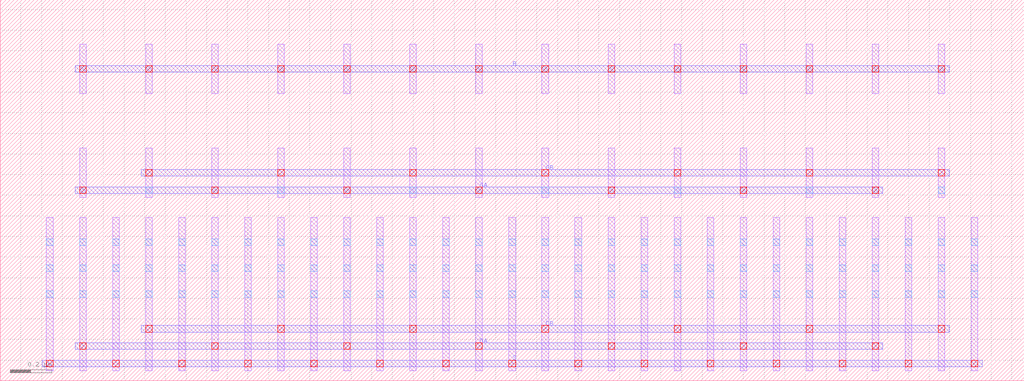
<source format=lef>
MACRO DP_NMOS_B_nfin4_nf1_m20_n12_X7_Y1_ST2
  ORIGIN 0 0 ;
  FOREIGN DP_NMOS_B_nfin4_nf1_m20_n12_X7_Y1_ST2 0 0 ;
  SIZE 4.9600 BY 1.8480 ;
  PIN S
    DIRECTION INOUT ;
    USE SIGNAL ;
    PORT
      LAYER M2 ;
        RECT 0.2040 0.0680 4.7560 0.1000 ;
    END
  END S
  PIN DA
    DIRECTION INOUT ;
    USE SIGNAL ;
    PORT
      LAYER M2 ;
        RECT 0.3640 0.1520 4.2760 0.1840 ;
    END
  END DA
  PIN DB
    DIRECTION INOUT ;
    USE SIGNAL ;
    PORT
      LAYER M2 ;
        RECT 0.6840 0.2360 4.5960 0.2680 ;
    END
  END DB
  PIN GA
    DIRECTION INOUT ;
    USE SIGNAL ;
    PORT
      LAYER M2 ;
        RECT 0.3640 0.9080 4.2760 0.9400 ;
    END
  END GA
  PIN GB
    DIRECTION INOUT ;
    USE SIGNAL ;
    PORT
      LAYER M2 ;
        RECT 0.6840 0.9920 4.5960 1.0240 ;
    END
  END GB
  PIN B
    DIRECTION INOUT ;
    USE SIGNAL ;
    PORT
      LAYER M2 ;
        RECT 0.3640 1.4960 4.5960 1.5280 ;
    END
  END B
  OBS
    LAYER M1 ;
      RECT 0.3840 0.0480 0.4160 0.7920 ;
    LAYER M1 ;
      RECT 0.3840 0.8880 0.4160 1.1280 ;
    LAYER M1 ;
      RECT 0.3840 1.3920 0.4160 1.6320 ;
    LAYER M1 ;
      RECT 0.2240 0.0480 0.2560 0.7920 ;
    LAYER M1 ;
      RECT 0.5440 0.0480 0.5760 0.7920 ;
    LAYER M1 ;
      RECT 0.7040 0.0480 0.7360 0.7920 ;
    LAYER M1 ;
      RECT 0.7040 0.8880 0.7360 1.1280 ;
    LAYER M1 ;
      RECT 0.7040 1.3920 0.7360 1.6320 ;
    LAYER M1 ;
      RECT 0.8640 0.0480 0.8960 0.7920 ;
    LAYER M1 ;
      RECT 1.0240 0.0480 1.0560 0.7920 ;
    LAYER M1 ;
      RECT 1.0240 0.8880 1.0560 1.1280 ;
    LAYER M1 ;
      RECT 1.0240 1.3920 1.0560 1.6320 ;
    LAYER M1 ;
      RECT 1.1840 0.0480 1.2160 0.7920 ;
    LAYER M1 ;
      RECT 1.3440 0.0480 1.3760 0.7920 ;
    LAYER M1 ;
      RECT 1.3440 0.8880 1.3760 1.1280 ;
    LAYER M1 ;
      RECT 1.3440 1.3920 1.3760 1.6320 ;
    LAYER M1 ;
      RECT 1.5040 0.0480 1.5360 0.7920 ;
    LAYER M1 ;
      RECT 1.6640 0.0480 1.6960 0.7920 ;
    LAYER M1 ;
      RECT 1.6640 0.8880 1.6960 1.1280 ;
    LAYER M1 ;
      RECT 1.6640 1.3920 1.6960 1.6320 ;
    LAYER M1 ;
      RECT 1.8240 0.0480 1.8560 0.7920 ;
    LAYER M1 ;
      RECT 1.9840 0.0480 2.0160 0.7920 ;
    LAYER M1 ;
      RECT 1.9840 0.8880 2.0160 1.1280 ;
    LAYER M1 ;
      RECT 1.9840 1.3920 2.0160 1.6320 ;
    LAYER M1 ;
      RECT 2.1440 0.0480 2.1760 0.7920 ;
    LAYER M1 ;
      RECT 2.3040 0.0480 2.3360 0.7920 ;
    LAYER M1 ;
      RECT 2.3040 0.8880 2.3360 1.1280 ;
    LAYER M1 ;
      RECT 2.3040 1.3920 2.3360 1.6320 ;
    LAYER M1 ;
      RECT 2.4640 0.0480 2.4960 0.7920 ;
    LAYER M1 ;
      RECT 2.6240 0.0480 2.6560 0.7920 ;
    LAYER M1 ;
      RECT 2.6240 0.8880 2.6560 1.1280 ;
    LAYER M1 ;
      RECT 2.6240 1.3920 2.6560 1.6320 ;
    LAYER M1 ;
      RECT 2.7840 0.0480 2.8160 0.7920 ;
    LAYER M1 ;
      RECT 2.9440 0.0480 2.9760 0.7920 ;
    LAYER M1 ;
      RECT 2.9440 0.8880 2.9760 1.1280 ;
    LAYER M1 ;
      RECT 2.9440 1.3920 2.9760 1.6320 ;
    LAYER M1 ;
      RECT 3.1040 0.0480 3.1360 0.7920 ;
    LAYER M1 ;
      RECT 3.2640 0.0480 3.2960 0.7920 ;
    LAYER M1 ;
      RECT 3.2640 0.8880 3.2960 1.1280 ;
    LAYER M1 ;
      RECT 3.2640 1.3920 3.2960 1.6320 ;
    LAYER M1 ;
      RECT 3.4240 0.0480 3.4560 0.7920 ;
    LAYER M1 ;
      RECT 3.5840 0.0480 3.6160 0.7920 ;
    LAYER M1 ;
      RECT 3.5840 0.8880 3.6160 1.1280 ;
    LAYER M1 ;
      RECT 3.5840 1.3920 3.6160 1.6320 ;
    LAYER M1 ;
      RECT 3.7440 0.0480 3.7760 0.7920 ;
    LAYER M1 ;
      RECT 3.9040 0.0480 3.9360 0.7920 ;
    LAYER M1 ;
      RECT 3.9040 0.8880 3.9360 1.1280 ;
    LAYER M1 ;
      RECT 3.9040 1.3920 3.9360 1.6320 ;
    LAYER M1 ;
      RECT 4.0640 0.0480 4.0960 0.7920 ;
    LAYER M1 ;
      RECT 4.2240 0.0480 4.2560 0.7920 ;
    LAYER M1 ;
      RECT 4.2240 0.8880 4.2560 1.1280 ;
    LAYER M1 ;
      RECT 4.2240 1.3920 4.2560 1.6320 ;
    LAYER M1 ;
      RECT 4.3840 0.0480 4.4160 0.7920 ;
    LAYER M1 ;
      RECT 4.5440 0.0480 4.5760 0.7920 ;
    LAYER M1 ;
      RECT 4.5440 0.8880 4.5760 1.1280 ;
    LAYER M1 ;
      RECT 4.5440 1.3920 4.5760 1.6320 ;
    LAYER M1 ;
      RECT 4.7040 0.0480 4.7360 0.7920 ;
    LAYER V1 ;
      RECT 2.7840 0.0680 2.8160 0.1000 ;
    LAYER V1 ;
      RECT 0.2240 0.0680 0.2560 0.1000 ;
    LAYER V1 ;
      RECT 0.5440 0.0680 0.5760 0.1000 ;
    LAYER V1 ;
      RECT 2.1440 0.0680 2.1760 0.1000 ;
    LAYER V1 ;
      RECT 3.1040 0.0680 3.1360 0.1000 ;
    LAYER V1 ;
      RECT 0.8640 0.0680 0.8960 0.1000 ;
    LAYER V1 ;
      RECT 3.4240 0.0680 3.4560 0.1000 ;
    LAYER V1 ;
      RECT 3.7440 0.0680 3.7760 0.1000 ;
    LAYER V1 ;
      RECT 1.1840 0.0680 1.2160 0.1000 ;
    LAYER V1 ;
      RECT 1.5040 0.0680 1.5360 0.1000 ;
    LAYER V1 ;
      RECT 4.0640 0.0680 4.0960 0.1000 ;
    LAYER V1 ;
      RECT 4.3840 0.0680 4.4160 0.1000 ;
    LAYER V1 ;
      RECT 1.8240 0.0680 1.8560 0.1000 ;
    LAYER V1 ;
      RECT 4.7040 0.0680 4.7360 0.1000 ;
    LAYER V1 ;
      RECT 2.4640 0.0680 2.4960 0.1000 ;
    LAYER V1 ;
      RECT 2.9440 0.1520 2.9760 0.1840 ;
    LAYER V1 ;
      RECT 2.9440 0.9080 2.9760 0.9400 ;
    LAYER V1 ;
      RECT 2.9440 1.4960 2.9760 1.5280 ;
    LAYER V1 ;
      RECT 0.3840 0.1520 0.4160 0.1840 ;
    LAYER V1 ;
      RECT 0.3840 0.9080 0.4160 0.9400 ;
    LAYER V1 ;
      RECT 0.3840 1.4960 0.4160 1.5280 ;
    LAYER V1 ;
      RECT 1.0240 0.1520 1.0560 0.1840 ;
    LAYER V1 ;
      RECT 1.0240 0.9080 1.0560 0.9400 ;
    LAYER V1 ;
      RECT 1.0240 1.4960 1.0560 1.5280 ;
    LAYER V1 ;
      RECT 3.5840 0.1520 3.6160 0.1840 ;
    LAYER V1 ;
      RECT 3.5840 0.9080 3.6160 0.9400 ;
    LAYER V1 ;
      RECT 3.5840 1.4960 3.6160 1.5280 ;
    LAYER V1 ;
      RECT 1.6640 0.1520 1.6960 0.1840 ;
    LAYER V1 ;
      RECT 1.6640 0.9080 1.6960 0.9400 ;
    LAYER V1 ;
      RECT 1.6640 1.4960 1.6960 1.5280 ;
    LAYER V1 ;
      RECT 4.2240 0.1520 4.2560 0.1840 ;
    LAYER V1 ;
      RECT 4.2240 0.9080 4.2560 0.9400 ;
    LAYER V1 ;
      RECT 4.2240 1.4960 4.2560 1.5280 ;
    LAYER V1 ;
      RECT 2.3040 0.1520 2.3360 0.1840 ;
    LAYER V1 ;
      RECT 2.3040 0.9080 2.3360 0.9400 ;
    LAYER V1 ;
      RECT 2.3040 1.4960 2.3360 1.5280 ;
    LAYER V1 ;
      RECT 2.6240 0.2360 2.6560 0.2680 ;
    LAYER V1 ;
      RECT 2.6240 0.9920 2.6560 1.0240 ;
    LAYER V1 ;
      RECT 2.6240 1.4960 2.6560 1.5280 ;
    LAYER V1 ;
      RECT 3.2640 0.2360 3.2960 0.2680 ;
    LAYER V1 ;
      RECT 3.2640 0.9920 3.2960 1.0240 ;
    LAYER V1 ;
      RECT 3.2640 1.4960 3.2960 1.5280 ;
    LAYER V1 ;
      RECT 0.7040 0.2360 0.7360 0.2680 ;
    LAYER V1 ;
      RECT 0.7040 0.9920 0.7360 1.0240 ;
    LAYER V1 ;
      RECT 0.7040 1.4960 0.7360 1.5280 ;
    LAYER V1 ;
      RECT 3.9040 0.2360 3.9360 0.2680 ;
    LAYER V1 ;
      RECT 3.9040 0.9920 3.9360 1.0240 ;
    LAYER V1 ;
      RECT 3.9040 1.4960 3.9360 1.5280 ;
    LAYER V1 ;
      RECT 1.3440 0.2360 1.3760 0.2680 ;
    LAYER V1 ;
      RECT 1.3440 0.9920 1.3760 1.0240 ;
    LAYER V1 ;
      RECT 1.3440 1.4960 1.3760 1.5280 ;
    LAYER V1 ;
      RECT 4.5440 0.2360 4.5760 0.2680 ;
    LAYER V1 ;
      RECT 4.5440 0.9920 4.5760 1.0240 ;
    LAYER V1 ;
      RECT 4.5440 1.4960 4.5760 1.5280 ;
    LAYER V1 ;
      RECT 1.9840 0.2360 2.0160 0.2680 ;
    LAYER V1 ;
      RECT 1.9840 0.9920 2.0160 1.0240 ;
    LAYER V1 ;
      RECT 1.9840 1.4960 2.0160 1.5280 ;
    LAYER V0 ;
      RECT 0.3840 0.4040 0.4160 0.4360 ;
    LAYER V0 ;
      RECT 0.3840 0.5300 0.4160 0.5620 ;
    LAYER V0 ;
      RECT 0.3840 0.6560 0.4160 0.6880 ;
    LAYER V0 ;
      RECT 0.3840 0.9080 0.4160 0.9400 ;
    LAYER V0 ;
      RECT 0.3840 1.4960 0.4160 1.5280 ;
    LAYER V0 ;
      RECT 0.2240 0.4040 0.2560 0.4360 ;
    LAYER V0 ;
      RECT 0.2240 0.5300 0.2560 0.5620 ;
    LAYER V0 ;
      RECT 0.2240 0.6560 0.2560 0.6880 ;
    LAYER V0 ;
      RECT 0.5440 0.4040 0.5760 0.4360 ;
    LAYER V0 ;
      RECT 0.5440 0.4040 0.5760 0.4360 ;
    LAYER V0 ;
      RECT 0.5440 0.5300 0.5760 0.5620 ;
    LAYER V0 ;
      RECT 0.5440 0.5300 0.5760 0.5620 ;
    LAYER V0 ;
      RECT 0.5440 0.6560 0.5760 0.6880 ;
    LAYER V0 ;
      RECT 0.5440 0.6560 0.5760 0.6880 ;
    LAYER V0 ;
      RECT 0.7040 0.4040 0.7360 0.4360 ;
    LAYER V0 ;
      RECT 0.7040 0.5300 0.7360 0.5620 ;
    LAYER V0 ;
      RECT 0.7040 0.6560 0.7360 0.6880 ;
    LAYER V0 ;
      RECT 0.7040 0.9080 0.7360 0.9400 ;
    LAYER V0 ;
      RECT 0.7040 1.4960 0.7360 1.5280 ;
    LAYER V0 ;
      RECT 0.8640 0.4040 0.8960 0.4360 ;
    LAYER V0 ;
      RECT 0.8640 0.4040 0.8960 0.4360 ;
    LAYER V0 ;
      RECT 0.8640 0.5300 0.8960 0.5620 ;
    LAYER V0 ;
      RECT 0.8640 0.5300 0.8960 0.5620 ;
    LAYER V0 ;
      RECT 0.8640 0.6560 0.8960 0.6880 ;
    LAYER V0 ;
      RECT 0.8640 0.6560 0.8960 0.6880 ;
    LAYER V0 ;
      RECT 1.0240 0.4040 1.0560 0.4360 ;
    LAYER V0 ;
      RECT 1.0240 0.5300 1.0560 0.5620 ;
    LAYER V0 ;
      RECT 1.0240 0.6560 1.0560 0.6880 ;
    LAYER V0 ;
      RECT 1.0240 0.9080 1.0560 0.9400 ;
    LAYER V0 ;
      RECT 1.0240 1.4960 1.0560 1.5280 ;
    LAYER V0 ;
      RECT 1.1840 0.4040 1.2160 0.4360 ;
    LAYER V0 ;
      RECT 1.1840 0.4040 1.2160 0.4360 ;
    LAYER V0 ;
      RECT 1.1840 0.5300 1.2160 0.5620 ;
    LAYER V0 ;
      RECT 1.1840 0.5300 1.2160 0.5620 ;
    LAYER V0 ;
      RECT 1.1840 0.6560 1.2160 0.6880 ;
    LAYER V0 ;
      RECT 1.1840 0.6560 1.2160 0.6880 ;
    LAYER V0 ;
      RECT 1.3440 0.4040 1.3760 0.4360 ;
    LAYER V0 ;
      RECT 1.3440 0.5300 1.3760 0.5620 ;
    LAYER V0 ;
      RECT 1.3440 0.6560 1.3760 0.6880 ;
    LAYER V0 ;
      RECT 1.3440 0.9080 1.3760 0.9400 ;
    LAYER V0 ;
      RECT 1.3440 1.4960 1.3760 1.5280 ;
    LAYER V0 ;
      RECT 1.5040 0.4040 1.5360 0.4360 ;
    LAYER V0 ;
      RECT 1.5040 0.4040 1.5360 0.4360 ;
    LAYER V0 ;
      RECT 1.5040 0.5300 1.5360 0.5620 ;
    LAYER V0 ;
      RECT 1.5040 0.5300 1.5360 0.5620 ;
    LAYER V0 ;
      RECT 1.5040 0.6560 1.5360 0.6880 ;
    LAYER V0 ;
      RECT 1.5040 0.6560 1.5360 0.6880 ;
    LAYER V0 ;
      RECT 1.6640 0.4040 1.6960 0.4360 ;
    LAYER V0 ;
      RECT 1.6640 0.5300 1.6960 0.5620 ;
    LAYER V0 ;
      RECT 1.6640 0.6560 1.6960 0.6880 ;
    LAYER V0 ;
      RECT 1.6640 0.9080 1.6960 0.9400 ;
    LAYER V0 ;
      RECT 1.6640 1.4960 1.6960 1.5280 ;
    LAYER V0 ;
      RECT 1.8240 0.4040 1.8560 0.4360 ;
    LAYER V0 ;
      RECT 1.8240 0.4040 1.8560 0.4360 ;
    LAYER V0 ;
      RECT 1.8240 0.5300 1.8560 0.5620 ;
    LAYER V0 ;
      RECT 1.8240 0.5300 1.8560 0.5620 ;
    LAYER V0 ;
      RECT 1.8240 0.6560 1.8560 0.6880 ;
    LAYER V0 ;
      RECT 1.8240 0.6560 1.8560 0.6880 ;
    LAYER V0 ;
      RECT 1.9840 0.4040 2.0160 0.4360 ;
    LAYER V0 ;
      RECT 1.9840 0.5300 2.0160 0.5620 ;
    LAYER V0 ;
      RECT 1.9840 0.6560 2.0160 0.6880 ;
    LAYER V0 ;
      RECT 1.9840 0.9080 2.0160 0.9400 ;
    LAYER V0 ;
      RECT 1.9840 1.4960 2.0160 1.5280 ;
    LAYER V0 ;
      RECT 2.1440 0.4040 2.1760 0.4360 ;
    LAYER V0 ;
      RECT 2.1440 0.4040 2.1760 0.4360 ;
    LAYER V0 ;
      RECT 2.1440 0.5300 2.1760 0.5620 ;
    LAYER V0 ;
      RECT 2.1440 0.5300 2.1760 0.5620 ;
    LAYER V0 ;
      RECT 2.1440 0.6560 2.1760 0.6880 ;
    LAYER V0 ;
      RECT 2.1440 0.6560 2.1760 0.6880 ;
    LAYER V0 ;
      RECT 2.3040 0.4040 2.3360 0.4360 ;
    LAYER V0 ;
      RECT 2.3040 0.5300 2.3360 0.5620 ;
    LAYER V0 ;
      RECT 2.3040 0.6560 2.3360 0.6880 ;
    LAYER V0 ;
      RECT 2.3040 0.9080 2.3360 0.9400 ;
    LAYER V0 ;
      RECT 2.3040 1.4960 2.3360 1.5280 ;
    LAYER V0 ;
      RECT 2.4640 0.4040 2.4960 0.4360 ;
    LAYER V0 ;
      RECT 2.4640 0.4040 2.4960 0.4360 ;
    LAYER V0 ;
      RECT 2.4640 0.5300 2.4960 0.5620 ;
    LAYER V0 ;
      RECT 2.4640 0.5300 2.4960 0.5620 ;
    LAYER V0 ;
      RECT 2.4640 0.6560 2.4960 0.6880 ;
    LAYER V0 ;
      RECT 2.4640 0.6560 2.4960 0.6880 ;
    LAYER V0 ;
      RECT 2.6240 0.4040 2.6560 0.4360 ;
    LAYER V0 ;
      RECT 2.6240 0.5300 2.6560 0.5620 ;
    LAYER V0 ;
      RECT 2.6240 0.6560 2.6560 0.6880 ;
    LAYER V0 ;
      RECT 2.6240 0.9080 2.6560 0.9400 ;
    LAYER V0 ;
      RECT 2.6240 1.4960 2.6560 1.5280 ;
    LAYER V0 ;
      RECT 2.7840 0.4040 2.8160 0.4360 ;
    LAYER V0 ;
      RECT 2.7840 0.4040 2.8160 0.4360 ;
    LAYER V0 ;
      RECT 2.7840 0.5300 2.8160 0.5620 ;
    LAYER V0 ;
      RECT 2.7840 0.5300 2.8160 0.5620 ;
    LAYER V0 ;
      RECT 2.7840 0.6560 2.8160 0.6880 ;
    LAYER V0 ;
      RECT 2.7840 0.6560 2.8160 0.6880 ;
    LAYER V0 ;
      RECT 2.9440 0.4040 2.9760 0.4360 ;
    LAYER V0 ;
      RECT 2.9440 0.5300 2.9760 0.5620 ;
    LAYER V0 ;
      RECT 2.9440 0.6560 2.9760 0.6880 ;
    LAYER V0 ;
      RECT 2.9440 0.9080 2.9760 0.9400 ;
    LAYER V0 ;
      RECT 2.9440 1.4960 2.9760 1.5280 ;
    LAYER V0 ;
      RECT 3.1040 0.4040 3.1360 0.4360 ;
    LAYER V0 ;
      RECT 3.1040 0.4040 3.1360 0.4360 ;
    LAYER V0 ;
      RECT 3.1040 0.5300 3.1360 0.5620 ;
    LAYER V0 ;
      RECT 3.1040 0.5300 3.1360 0.5620 ;
    LAYER V0 ;
      RECT 3.1040 0.6560 3.1360 0.6880 ;
    LAYER V0 ;
      RECT 3.1040 0.6560 3.1360 0.6880 ;
    LAYER V0 ;
      RECT 3.2640 0.4040 3.2960 0.4360 ;
    LAYER V0 ;
      RECT 3.2640 0.5300 3.2960 0.5620 ;
    LAYER V0 ;
      RECT 3.2640 0.6560 3.2960 0.6880 ;
    LAYER V0 ;
      RECT 3.2640 0.9080 3.2960 0.9400 ;
    LAYER V0 ;
      RECT 3.2640 1.4960 3.2960 1.5280 ;
    LAYER V0 ;
      RECT 3.4240 0.4040 3.4560 0.4360 ;
    LAYER V0 ;
      RECT 3.4240 0.4040 3.4560 0.4360 ;
    LAYER V0 ;
      RECT 3.4240 0.5300 3.4560 0.5620 ;
    LAYER V0 ;
      RECT 3.4240 0.5300 3.4560 0.5620 ;
    LAYER V0 ;
      RECT 3.4240 0.6560 3.4560 0.6880 ;
    LAYER V0 ;
      RECT 3.4240 0.6560 3.4560 0.6880 ;
    LAYER V0 ;
      RECT 3.5840 0.4040 3.6160 0.4360 ;
    LAYER V0 ;
      RECT 3.5840 0.5300 3.6160 0.5620 ;
    LAYER V0 ;
      RECT 3.5840 0.6560 3.6160 0.6880 ;
    LAYER V0 ;
      RECT 3.5840 0.9080 3.6160 0.9400 ;
    LAYER V0 ;
      RECT 3.5840 1.4960 3.6160 1.5280 ;
    LAYER V0 ;
      RECT 3.7440 0.4040 3.7760 0.4360 ;
    LAYER V0 ;
      RECT 3.7440 0.4040 3.7760 0.4360 ;
    LAYER V0 ;
      RECT 3.7440 0.5300 3.7760 0.5620 ;
    LAYER V0 ;
      RECT 3.7440 0.5300 3.7760 0.5620 ;
    LAYER V0 ;
      RECT 3.7440 0.6560 3.7760 0.6880 ;
    LAYER V0 ;
      RECT 3.7440 0.6560 3.7760 0.6880 ;
    LAYER V0 ;
      RECT 3.9040 0.4040 3.9360 0.4360 ;
    LAYER V0 ;
      RECT 3.9040 0.5300 3.9360 0.5620 ;
    LAYER V0 ;
      RECT 3.9040 0.6560 3.9360 0.6880 ;
    LAYER V0 ;
      RECT 3.9040 0.9080 3.9360 0.9400 ;
    LAYER V0 ;
      RECT 3.9040 1.4960 3.9360 1.5280 ;
    LAYER V0 ;
      RECT 4.0640 0.4040 4.0960 0.4360 ;
    LAYER V0 ;
      RECT 4.0640 0.4040 4.0960 0.4360 ;
    LAYER V0 ;
      RECT 4.0640 0.5300 4.0960 0.5620 ;
    LAYER V0 ;
      RECT 4.0640 0.5300 4.0960 0.5620 ;
    LAYER V0 ;
      RECT 4.0640 0.6560 4.0960 0.6880 ;
    LAYER V0 ;
      RECT 4.0640 0.6560 4.0960 0.6880 ;
    LAYER V0 ;
      RECT 4.2240 0.4040 4.2560 0.4360 ;
    LAYER V0 ;
      RECT 4.2240 0.5300 4.2560 0.5620 ;
    LAYER V0 ;
      RECT 4.2240 0.6560 4.2560 0.6880 ;
    LAYER V0 ;
      RECT 4.2240 0.9080 4.2560 0.9400 ;
    LAYER V0 ;
      RECT 4.2240 1.4960 4.2560 1.5280 ;
    LAYER V0 ;
      RECT 4.3840 0.4040 4.4160 0.4360 ;
    LAYER V0 ;
      RECT 4.3840 0.4040 4.4160 0.4360 ;
    LAYER V0 ;
      RECT 4.3840 0.5300 4.4160 0.5620 ;
    LAYER V0 ;
      RECT 4.3840 0.5300 4.4160 0.5620 ;
    LAYER V0 ;
      RECT 4.3840 0.6560 4.4160 0.6880 ;
    LAYER V0 ;
      RECT 4.3840 0.6560 4.4160 0.6880 ;
    LAYER V0 ;
      RECT 4.5440 0.4040 4.5760 0.4360 ;
    LAYER V0 ;
      RECT 4.5440 0.5300 4.5760 0.5620 ;
    LAYER V0 ;
      RECT 4.5440 0.6560 4.5760 0.6880 ;
    LAYER V0 ;
      RECT 4.5440 0.9080 4.5760 0.9400 ;
    LAYER V0 ;
      RECT 4.5440 1.4960 4.5760 1.5280 ;
    LAYER V0 ;
      RECT 4.7040 0.4040 4.7360 0.4360 ;
    LAYER V0 ;
      RECT 4.7040 0.5300 4.7360 0.5620 ;
    LAYER V0 ;
      RECT 4.7040 0.6560 4.7360 0.6880 ;
  END
END DP_NMOS_B_nfin4_nf1_m20_n12_X7_Y1_ST2
MACRO Switch_PMOS_nfin4_nf1_m4_n12_X2_Y1_ST2
  ORIGIN 0 0 ;
  FOREIGN Switch_PMOS_nfin4_nf1_m4_n12_X2_Y1_ST2 0 0 ;
  SIZE 1.1200 BY 1.8480 ;
  PIN S
    DIRECTION INOUT ;
    USE SIGNAL ;
    PORT
      LAYER M3 ;
        RECT 0.3000 0.0480 0.3400 1.5480 ;
    END
  END S
  PIN D
    DIRECTION INOUT ;
    USE SIGNAL ;
    PORT
      LAYER M2 ;
        RECT 0.3640 0.1520 0.7560 0.1840 ;
    END
  END D
  PIN G
    DIRECTION INOUT ;
    USE SIGNAL ;
    PORT
      LAYER M2 ;
        RECT 0.3640 0.9080 0.7560 0.9400 ;
    END
  END G
  OBS
    LAYER M1 ;
      RECT 0.3840 0.0480 0.4160 0.7920 ;
    LAYER M1 ;
      RECT 0.3840 0.8880 0.4160 1.1280 ;
    LAYER M1 ;
      RECT 0.3840 1.3920 0.4160 1.6320 ;
    LAYER M1 ;
      RECT 0.2240 0.0480 0.2560 0.7920 ;
    LAYER M1 ;
      RECT 0.5440 0.0480 0.5760 0.7920 ;
    LAYER M1 ;
      RECT 0.7040 0.0480 0.7360 0.7920 ;
    LAYER M1 ;
      RECT 0.7040 0.8880 0.7360 1.1280 ;
    LAYER M1 ;
      RECT 0.7040 1.3920 0.7360 1.6320 ;
    LAYER M1 ;
      RECT 0.8640 0.0480 0.8960 0.7920 ;
    LAYER M2 ;
      RECT 0.2040 0.0680 0.9160 0.1000 ;
    LAYER M2 ;
      RECT 0.2840 1.4960 0.7560 1.5280 ;
    LAYER V1 ;
      RECT 0.2240 0.0680 0.2560 0.1000 ;
    LAYER V1 ;
      RECT 0.8640 0.0680 0.8960 0.1000 ;
    LAYER V1 ;
      RECT 0.5440 0.0680 0.5760 0.1000 ;
    LAYER V1 ;
      RECT 0.7040 0.1520 0.7360 0.1840 ;
    LAYER V1 ;
      RECT 0.7040 0.9080 0.7360 0.9400 ;
    LAYER V1 ;
      RECT 0.7040 1.4960 0.7360 1.5280 ;
    LAYER V1 ;
      RECT 0.3840 0.1520 0.4160 0.1840 ;
    LAYER V1 ;
      RECT 0.3840 0.9080 0.4160 0.9400 ;
    LAYER V1 ;
      RECT 0.3840 1.4960 0.4160 1.5280 ;
    LAYER V2 ;
      RECT 0.3040 0.0680 0.3360 0.1000 ;
    LAYER V2 ;
      RECT 0.3040 1.4960 0.3360 1.5280 ;
    LAYER V0 ;
      RECT 0.3840 0.4040 0.4160 0.4360 ;
    LAYER V0 ;
      RECT 0.3840 0.5300 0.4160 0.5620 ;
    LAYER V0 ;
      RECT 0.3840 0.6560 0.4160 0.6880 ;
    LAYER V0 ;
      RECT 0.3840 0.9080 0.4160 0.9400 ;
    LAYER V0 ;
      RECT 0.3840 1.4960 0.4160 1.5280 ;
    LAYER V0 ;
      RECT 0.2240 0.4040 0.2560 0.4360 ;
    LAYER V0 ;
      RECT 0.2240 0.5300 0.2560 0.5620 ;
    LAYER V0 ;
      RECT 0.2240 0.6560 0.2560 0.6880 ;
    LAYER V0 ;
      RECT 0.5440 0.4040 0.5760 0.4360 ;
    LAYER V0 ;
      RECT 0.5440 0.4040 0.5760 0.4360 ;
    LAYER V0 ;
      RECT 0.5440 0.5300 0.5760 0.5620 ;
    LAYER V0 ;
      RECT 0.5440 0.5300 0.5760 0.5620 ;
    LAYER V0 ;
      RECT 0.5440 0.6560 0.5760 0.6880 ;
    LAYER V0 ;
      RECT 0.5440 0.6560 0.5760 0.6880 ;
    LAYER V0 ;
      RECT 0.7040 0.4040 0.7360 0.4360 ;
    LAYER V0 ;
      RECT 0.7040 0.5300 0.7360 0.5620 ;
    LAYER V0 ;
      RECT 0.7040 0.6560 0.7360 0.6880 ;
    LAYER V0 ;
      RECT 0.7040 0.9080 0.7360 0.9400 ;
    LAYER V0 ;
      RECT 0.7040 1.4960 0.7360 1.5280 ;
    LAYER V0 ;
      RECT 0.8640 0.4040 0.8960 0.4360 ;
    LAYER V0 ;
      RECT 0.8640 0.5300 0.8960 0.5620 ;
    LAYER V0 ;
      RECT 0.8640 0.6560 0.8960 0.6880 ;
  END
END Switch_PMOS_nfin4_nf1_m4_n12_X2_Y1_ST2
MACRO Switch_NMOS_nfin4_nf1_m8_n12_X3_Y1_ST4
  ORIGIN 0 0 ;
  FOREIGN Switch_NMOS_nfin4_nf1_m8_n12_X3_Y1_ST4 0 0 ;
  SIZE 2.4000 BY 1.8480 ;
  PIN S
    DIRECTION INOUT ;
    USE SIGNAL ;
    PORT
      LAYER M3 ;
        RECT 0.9400 0.0480 0.9800 1.5480 ;
    END
  END S
  PIN D
    DIRECTION INOUT ;
    USE SIGNAL ;
    PORT
      LAYER M2 ;
        RECT 0.5240 0.1520 1.8760 0.1840 ;
    END
  END D
  PIN G
    DIRECTION INOUT ;
    USE SIGNAL ;
    PORT
      LAYER M2 ;
        RECT 0.5240 0.9080 1.8760 0.9400 ;
    END
  END G
  OBS
    LAYER M1 ;
      RECT 0.5440 0.0480 0.5760 0.7920 ;
    LAYER M1 ;
      RECT 0.5440 0.8880 0.5760 1.1280 ;
    LAYER M1 ;
      RECT 0.5440 1.3920 0.5760 1.6320 ;
    LAYER M1 ;
      RECT 0.2240 0.0480 0.2560 0.7920 ;
    LAYER M1 ;
      RECT 0.8640 0.0480 0.8960 0.7920 ;
    LAYER M1 ;
      RECT 1.1840 0.0480 1.2160 0.7920 ;
    LAYER M1 ;
      RECT 1.1840 0.8880 1.2160 1.1280 ;
    LAYER M1 ;
      RECT 1.1840 1.3920 1.2160 1.6320 ;
    LAYER M1 ;
      RECT 1.5040 0.0480 1.5360 0.7920 ;
    LAYER M1 ;
      RECT 1.8240 0.0480 1.8560 0.7920 ;
    LAYER M1 ;
      RECT 1.8240 0.8880 1.8560 1.1280 ;
    LAYER M1 ;
      RECT 1.8240 1.3920 1.8560 1.6320 ;
    LAYER M1 ;
      RECT 2.1440 0.0480 2.1760 0.7920 ;
    LAYER M2 ;
      RECT 0.2040 0.0680 2.1960 0.1000 ;
    LAYER M2 ;
      RECT 0.5240 1.4960 1.8760 1.5280 ;
    LAYER V1 ;
      RECT 1.5040 0.0680 1.5360 0.1000 ;
    LAYER V1 ;
      RECT 0.2240 0.0680 0.2560 0.1000 ;
    LAYER V1 ;
      RECT 0.8640 0.0680 0.8960 0.1000 ;
    LAYER V1 ;
      RECT 2.1440 0.0680 2.1760 0.1000 ;
    LAYER V1 ;
      RECT 0.5440 0.1520 0.5760 0.1840 ;
    LAYER V1 ;
      RECT 0.5440 0.9080 0.5760 0.9400 ;
    LAYER V1 ;
      RECT 0.5440 1.4960 0.5760 1.5280 ;
    LAYER V1 ;
      RECT 1.1840 0.1520 1.2160 0.1840 ;
    LAYER V1 ;
      RECT 1.1840 0.9080 1.2160 0.9400 ;
    LAYER V1 ;
      RECT 1.1840 1.4960 1.2160 1.5280 ;
    LAYER V1 ;
      RECT 1.8240 0.1520 1.8560 0.1840 ;
    LAYER V1 ;
      RECT 1.8240 0.9080 1.8560 0.9400 ;
    LAYER V1 ;
      RECT 1.8240 1.4960 1.8560 1.5280 ;
    LAYER V2 ;
      RECT 0.9440 0.0680 0.9760 0.1000 ;
    LAYER V2 ;
      RECT 0.9440 1.4960 0.9760 1.5280 ;
    LAYER V0 ;
      RECT 0.5440 0.4040 0.5760 0.4360 ;
    LAYER V0 ;
      RECT 0.5440 0.5300 0.5760 0.5620 ;
    LAYER V0 ;
      RECT 0.5440 0.6560 0.5760 0.6880 ;
    LAYER V0 ;
      RECT 0.5440 0.9080 0.5760 0.9400 ;
    LAYER V0 ;
      RECT 0.5440 1.4960 0.5760 1.5280 ;
    LAYER V0 ;
      RECT 0.2240 0.4040 0.2560 0.4360 ;
    LAYER V0 ;
      RECT 0.2240 0.5300 0.2560 0.5620 ;
    LAYER V0 ;
      RECT 0.2240 0.6560 0.2560 0.6880 ;
    LAYER V0 ;
      RECT 0.8640 0.4040 0.8960 0.4360 ;
    LAYER V0 ;
      RECT 0.8640 0.4040 0.8960 0.4360 ;
    LAYER V0 ;
      RECT 0.8640 0.5300 0.8960 0.5620 ;
    LAYER V0 ;
      RECT 0.8640 0.5300 0.8960 0.5620 ;
    LAYER V0 ;
      RECT 0.8640 0.6560 0.8960 0.6880 ;
    LAYER V0 ;
      RECT 0.8640 0.6560 0.8960 0.6880 ;
    LAYER V0 ;
      RECT 1.1840 0.4040 1.2160 0.4360 ;
    LAYER V0 ;
      RECT 1.1840 0.5300 1.2160 0.5620 ;
    LAYER V0 ;
      RECT 1.1840 0.6560 1.2160 0.6880 ;
    LAYER V0 ;
      RECT 1.1840 0.9080 1.2160 0.9400 ;
    LAYER V0 ;
      RECT 1.1840 1.4960 1.2160 1.5280 ;
    LAYER V0 ;
      RECT 1.5040 0.4040 1.5360 0.4360 ;
    LAYER V0 ;
      RECT 1.5040 0.4040 1.5360 0.4360 ;
    LAYER V0 ;
      RECT 1.5040 0.5300 1.5360 0.5620 ;
    LAYER V0 ;
      RECT 1.5040 0.5300 1.5360 0.5620 ;
    LAYER V0 ;
      RECT 1.5040 0.6560 1.5360 0.6880 ;
    LAYER V0 ;
      RECT 1.5040 0.6560 1.5360 0.6880 ;
    LAYER V0 ;
      RECT 1.8240 0.4040 1.8560 0.4360 ;
    LAYER V0 ;
      RECT 1.8240 0.5300 1.8560 0.5620 ;
    LAYER V0 ;
      RECT 1.8240 0.6560 1.8560 0.6880 ;
    LAYER V0 ;
      RECT 1.8240 0.9080 1.8560 0.9400 ;
    LAYER V0 ;
      RECT 1.8240 1.4960 1.8560 1.5280 ;
    LAYER V0 ;
      RECT 2.1440 0.4040 2.1760 0.4360 ;
    LAYER V0 ;
      RECT 2.1440 0.5300 2.1760 0.5620 ;
    LAYER V0 ;
      RECT 2.1440 0.6560 2.1760 0.6880 ;
  END
END Switch_NMOS_nfin4_nf1_m8_n12_X3_Y1_ST4
MACRO DCL_PMOS_B_nfin4_nf2_m16_n12_X11_Y1
  ORIGIN 0 0 ;
  FOREIGN DCL_PMOS_B_nfin4_nf2_m16_n12_X11_Y1 0 0 ;
  SIZE 2.2400 BY 1.8480 ;
  PIN S
    DIRECTION INOUT ;
    USE SIGNAL ;
    PORT
      LAYER M2 ;
        RECT 0.2040 0.0680 2.0360 0.1000 ;
    END
  END S
  PIN D
    DIRECTION INOUT ;
    USE SIGNAL ;
    PORT
      LAYER M3 ;
        RECT 0.9400 0.1320 0.9800 0.9600 ;
    END
  END D
  PIN B
    DIRECTION INOUT ;
    USE SIGNAL ;
    PORT
      LAYER M2 ;
        RECT 0.2840 1.4960 1.9560 1.5280 ;
    END
  END B
  OBS
    LAYER M1 ;
      RECT 0.3040 0.0480 0.3360 0.7920 ;
    LAYER M1 ;
      RECT 0.3040 0.8880 0.3360 1.1280 ;
    LAYER M1 ;
      RECT 0.3040 1.3920 0.3360 1.6320 ;
    LAYER M1 ;
      RECT 0.2240 0.0480 0.2560 0.7920 ;
    LAYER M1 ;
      RECT 0.3840 0.0480 0.4160 0.7920 ;
    LAYER M1 ;
      RECT 0.4640 0.0480 0.4960 0.7920 ;
    LAYER M1 ;
      RECT 0.4640 0.8880 0.4960 1.1280 ;
    LAYER M1 ;
      RECT 0.4640 1.3920 0.4960 1.6320 ;
    LAYER M1 ;
      RECT 0.5440 0.0480 0.5760 0.7920 ;
    LAYER M1 ;
      RECT 0.6240 0.0480 0.6560 0.7920 ;
    LAYER M1 ;
      RECT 0.6240 0.8880 0.6560 1.1280 ;
    LAYER M1 ;
      RECT 0.6240 1.3920 0.6560 1.6320 ;
    LAYER M1 ;
      RECT 0.7040 0.0480 0.7360 0.7920 ;
    LAYER M1 ;
      RECT 0.7840 0.0480 0.8160 0.7920 ;
    LAYER M1 ;
      RECT 0.7840 0.8880 0.8160 1.1280 ;
    LAYER M1 ;
      RECT 0.7840 1.3920 0.8160 1.6320 ;
    LAYER M1 ;
      RECT 0.8640 0.0480 0.8960 0.7920 ;
    LAYER M1 ;
      RECT 0.9440 0.0480 0.9760 0.7920 ;
    LAYER M1 ;
      RECT 0.9440 0.8880 0.9760 1.1280 ;
    LAYER M1 ;
      RECT 0.9440 1.3920 0.9760 1.6320 ;
    LAYER M1 ;
      RECT 1.0240 0.0480 1.0560 0.7920 ;
    LAYER M1 ;
      RECT 1.1040 0.0480 1.1360 0.7920 ;
    LAYER M1 ;
      RECT 1.1040 0.8880 1.1360 1.1280 ;
    LAYER M1 ;
      RECT 1.1040 1.3920 1.1360 1.6320 ;
    LAYER M1 ;
      RECT 1.1840 0.0480 1.2160 0.7920 ;
    LAYER M1 ;
      RECT 1.2640 0.0480 1.2960 0.7920 ;
    LAYER M1 ;
      RECT 1.2640 0.8880 1.2960 1.1280 ;
    LAYER M1 ;
      RECT 1.2640 1.3920 1.2960 1.6320 ;
    LAYER M1 ;
      RECT 1.3440 0.0480 1.3760 0.7920 ;
    LAYER M1 ;
      RECT 1.4240 0.0480 1.4560 0.7920 ;
    LAYER M1 ;
      RECT 1.4240 0.8880 1.4560 1.1280 ;
    LAYER M1 ;
      RECT 1.4240 1.3920 1.4560 1.6320 ;
    LAYER M1 ;
      RECT 1.5040 0.0480 1.5360 0.7920 ;
    LAYER M1 ;
      RECT 1.5840 0.0480 1.6160 0.7920 ;
    LAYER M1 ;
      RECT 1.5840 0.8880 1.6160 1.1280 ;
    LAYER M1 ;
      RECT 1.5840 1.3920 1.6160 1.6320 ;
    LAYER M1 ;
      RECT 1.6640 0.0480 1.6960 0.7920 ;
    LAYER M1 ;
      RECT 1.7440 0.0480 1.7760 0.7920 ;
    LAYER M1 ;
      RECT 1.7440 0.8880 1.7760 1.1280 ;
    LAYER M1 ;
      RECT 1.7440 1.3920 1.7760 1.6320 ;
    LAYER M1 ;
      RECT 1.8240 0.0480 1.8560 0.7920 ;
    LAYER M1 ;
      RECT 1.9040 0.0480 1.9360 0.7920 ;
    LAYER M1 ;
      RECT 1.9040 0.8880 1.9360 1.1280 ;
    LAYER M1 ;
      RECT 1.9040 1.3920 1.9360 1.6320 ;
    LAYER M1 ;
      RECT 1.9840 0.0480 2.0160 0.7920 ;
    LAYER M2 ;
      RECT 0.2840 0.9080 1.9560 0.9400 ;
    LAYER M2 ;
      RECT 0.2840 0.1520 1.9560 0.1840 ;
    LAYER V1 ;
      RECT 0.2240 0.0680 0.2560 0.1000 ;
    LAYER V1 ;
      RECT 0.3840 0.0680 0.4160 0.1000 ;
    LAYER V1 ;
      RECT 0.5440 0.0680 0.5760 0.1000 ;
    LAYER V1 ;
      RECT 0.7040 0.0680 0.7360 0.1000 ;
    LAYER V1 ;
      RECT 0.8640 0.0680 0.8960 0.1000 ;
    LAYER V1 ;
      RECT 1.0240 0.0680 1.0560 0.1000 ;
    LAYER V1 ;
      RECT 1.1840 0.0680 1.2160 0.1000 ;
    LAYER V1 ;
      RECT 1.3440 0.0680 1.3760 0.1000 ;
    LAYER V1 ;
      RECT 1.5040 0.0680 1.5360 0.1000 ;
    LAYER V1 ;
      RECT 1.6640 0.0680 1.6960 0.1000 ;
    LAYER V1 ;
      RECT 1.8240 0.0680 1.8560 0.1000 ;
    LAYER V1 ;
      RECT 1.9840 0.0680 2.0160 0.1000 ;
    LAYER V1 ;
      RECT 0.3040 0.1520 0.3360 0.1840 ;
    LAYER V1 ;
      RECT 0.3040 0.9080 0.3360 0.9400 ;
    LAYER V1 ;
      RECT 0.3040 1.4960 0.3360 1.5280 ;
    LAYER V1 ;
      RECT 0.4640 0.1520 0.4960 0.1840 ;
    LAYER V1 ;
      RECT 0.4640 0.9080 0.4960 0.9400 ;
    LAYER V1 ;
      RECT 0.4640 1.4960 0.4960 1.5280 ;
    LAYER V1 ;
      RECT 0.6240 0.1520 0.6560 0.1840 ;
    LAYER V1 ;
      RECT 0.6240 0.9080 0.6560 0.9400 ;
    LAYER V1 ;
      RECT 0.6240 1.4960 0.6560 1.5280 ;
    LAYER V1 ;
      RECT 0.7840 0.1520 0.8160 0.1840 ;
    LAYER V1 ;
      RECT 0.7840 0.9080 0.8160 0.9400 ;
    LAYER V1 ;
      RECT 0.7840 1.4960 0.8160 1.5280 ;
    LAYER V1 ;
      RECT 0.9440 0.1520 0.9760 0.1840 ;
    LAYER V1 ;
      RECT 0.9440 0.9080 0.9760 0.9400 ;
    LAYER V1 ;
      RECT 0.9440 1.4960 0.9760 1.5280 ;
    LAYER V1 ;
      RECT 1.1040 0.1520 1.1360 0.1840 ;
    LAYER V1 ;
      RECT 1.1040 0.9080 1.1360 0.9400 ;
    LAYER V1 ;
      RECT 1.1040 1.4960 1.1360 1.5280 ;
    LAYER V1 ;
      RECT 1.2640 0.1520 1.2960 0.1840 ;
    LAYER V1 ;
      RECT 1.2640 0.9080 1.2960 0.9400 ;
    LAYER V1 ;
      RECT 1.2640 1.4960 1.2960 1.5280 ;
    LAYER V1 ;
      RECT 1.4240 0.1520 1.4560 0.1840 ;
    LAYER V1 ;
      RECT 1.4240 0.9080 1.4560 0.9400 ;
    LAYER V1 ;
      RECT 1.4240 1.4960 1.4560 1.5280 ;
    LAYER V1 ;
      RECT 1.5840 0.1520 1.6160 0.1840 ;
    LAYER V1 ;
      RECT 1.5840 0.9080 1.6160 0.9400 ;
    LAYER V1 ;
      RECT 1.5840 1.4960 1.6160 1.5280 ;
    LAYER V1 ;
      RECT 1.7440 0.1520 1.7760 0.1840 ;
    LAYER V1 ;
      RECT 1.7440 0.9080 1.7760 0.9400 ;
    LAYER V1 ;
      RECT 1.7440 1.4960 1.7760 1.5280 ;
    LAYER V1 ;
      RECT 1.9040 0.1520 1.9360 0.1840 ;
    LAYER V1 ;
      RECT 1.9040 0.9080 1.9360 0.9400 ;
    LAYER V1 ;
      RECT 1.9040 1.4960 1.9360 1.5280 ;
    LAYER V2 ;
      RECT 0.9440 0.1520 0.9760 0.1840 ;
    LAYER V2 ;
      RECT 0.9440 0.9080 0.9760 0.9400 ;
    LAYER V0 ;
      RECT 0.3040 0.4040 0.3360 0.4360 ;
    LAYER V0 ;
      RECT 0.3040 0.5300 0.3360 0.5620 ;
    LAYER V0 ;
      RECT 0.3040 0.6560 0.3360 0.6880 ;
    LAYER V0 ;
      RECT 0.3040 0.9080 0.3360 0.9400 ;
    LAYER V0 ;
      RECT 0.3040 1.4960 0.3360 1.5280 ;
    LAYER V0 ;
      RECT 0.2240 0.4040 0.2560 0.4360 ;
    LAYER V0 ;
      RECT 0.2240 0.5300 0.2560 0.5620 ;
    LAYER V0 ;
      RECT 0.2240 0.6560 0.2560 0.6880 ;
    LAYER V0 ;
      RECT 0.3840 0.4040 0.4160 0.4360 ;
    LAYER V0 ;
      RECT 0.3840 0.4040 0.4160 0.4360 ;
    LAYER V0 ;
      RECT 0.3840 0.5300 0.4160 0.5620 ;
    LAYER V0 ;
      RECT 0.3840 0.5300 0.4160 0.5620 ;
    LAYER V0 ;
      RECT 0.3840 0.6560 0.4160 0.6880 ;
    LAYER V0 ;
      RECT 0.3840 0.6560 0.4160 0.6880 ;
    LAYER V0 ;
      RECT 0.4640 0.4040 0.4960 0.4360 ;
    LAYER V0 ;
      RECT 0.4640 0.5300 0.4960 0.5620 ;
    LAYER V0 ;
      RECT 0.4640 0.6560 0.4960 0.6880 ;
    LAYER V0 ;
      RECT 0.4640 0.9080 0.4960 0.9400 ;
    LAYER V0 ;
      RECT 0.4640 1.4960 0.4960 1.5280 ;
    LAYER V0 ;
      RECT 0.5440 0.4040 0.5760 0.4360 ;
    LAYER V0 ;
      RECT 0.5440 0.4040 0.5760 0.4360 ;
    LAYER V0 ;
      RECT 0.5440 0.5300 0.5760 0.5620 ;
    LAYER V0 ;
      RECT 0.5440 0.5300 0.5760 0.5620 ;
    LAYER V0 ;
      RECT 0.5440 0.6560 0.5760 0.6880 ;
    LAYER V0 ;
      RECT 0.5440 0.6560 0.5760 0.6880 ;
    LAYER V0 ;
      RECT 0.6240 0.4040 0.6560 0.4360 ;
    LAYER V0 ;
      RECT 0.6240 0.5300 0.6560 0.5620 ;
    LAYER V0 ;
      RECT 0.6240 0.6560 0.6560 0.6880 ;
    LAYER V0 ;
      RECT 0.6240 0.9080 0.6560 0.9400 ;
    LAYER V0 ;
      RECT 0.6240 1.4960 0.6560 1.5280 ;
    LAYER V0 ;
      RECT 0.7040 0.4040 0.7360 0.4360 ;
    LAYER V0 ;
      RECT 0.7040 0.4040 0.7360 0.4360 ;
    LAYER V0 ;
      RECT 0.7040 0.5300 0.7360 0.5620 ;
    LAYER V0 ;
      RECT 0.7040 0.5300 0.7360 0.5620 ;
    LAYER V0 ;
      RECT 0.7040 0.6560 0.7360 0.6880 ;
    LAYER V0 ;
      RECT 0.7040 0.6560 0.7360 0.6880 ;
    LAYER V0 ;
      RECT 0.7840 0.4040 0.8160 0.4360 ;
    LAYER V0 ;
      RECT 0.7840 0.5300 0.8160 0.5620 ;
    LAYER V0 ;
      RECT 0.7840 0.6560 0.8160 0.6880 ;
    LAYER V0 ;
      RECT 0.7840 0.9080 0.8160 0.9400 ;
    LAYER V0 ;
      RECT 0.7840 1.4960 0.8160 1.5280 ;
    LAYER V0 ;
      RECT 0.8640 0.4040 0.8960 0.4360 ;
    LAYER V0 ;
      RECT 0.8640 0.4040 0.8960 0.4360 ;
    LAYER V0 ;
      RECT 0.8640 0.5300 0.8960 0.5620 ;
    LAYER V0 ;
      RECT 0.8640 0.5300 0.8960 0.5620 ;
    LAYER V0 ;
      RECT 0.8640 0.6560 0.8960 0.6880 ;
    LAYER V0 ;
      RECT 0.8640 0.6560 0.8960 0.6880 ;
    LAYER V0 ;
      RECT 0.9440 0.4040 0.9760 0.4360 ;
    LAYER V0 ;
      RECT 0.9440 0.5300 0.9760 0.5620 ;
    LAYER V0 ;
      RECT 0.9440 0.6560 0.9760 0.6880 ;
    LAYER V0 ;
      RECT 0.9440 0.9080 0.9760 0.9400 ;
    LAYER V0 ;
      RECT 0.9440 1.4960 0.9760 1.5280 ;
    LAYER V0 ;
      RECT 1.0240 0.4040 1.0560 0.4360 ;
    LAYER V0 ;
      RECT 1.0240 0.4040 1.0560 0.4360 ;
    LAYER V0 ;
      RECT 1.0240 0.5300 1.0560 0.5620 ;
    LAYER V0 ;
      RECT 1.0240 0.5300 1.0560 0.5620 ;
    LAYER V0 ;
      RECT 1.0240 0.6560 1.0560 0.6880 ;
    LAYER V0 ;
      RECT 1.0240 0.6560 1.0560 0.6880 ;
    LAYER V0 ;
      RECT 1.1040 0.4040 1.1360 0.4360 ;
    LAYER V0 ;
      RECT 1.1040 0.5300 1.1360 0.5620 ;
    LAYER V0 ;
      RECT 1.1040 0.6560 1.1360 0.6880 ;
    LAYER V0 ;
      RECT 1.1040 0.9080 1.1360 0.9400 ;
    LAYER V0 ;
      RECT 1.1040 1.4960 1.1360 1.5280 ;
    LAYER V0 ;
      RECT 1.1840 0.4040 1.2160 0.4360 ;
    LAYER V0 ;
      RECT 1.1840 0.4040 1.2160 0.4360 ;
    LAYER V0 ;
      RECT 1.1840 0.5300 1.2160 0.5620 ;
    LAYER V0 ;
      RECT 1.1840 0.5300 1.2160 0.5620 ;
    LAYER V0 ;
      RECT 1.1840 0.6560 1.2160 0.6880 ;
    LAYER V0 ;
      RECT 1.1840 0.6560 1.2160 0.6880 ;
    LAYER V0 ;
      RECT 1.2640 0.4040 1.2960 0.4360 ;
    LAYER V0 ;
      RECT 1.2640 0.5300 1.2960 0.5620 ;
    LAYER V0 ;
      RECT 1.2640 0.6560 1.2960 0.6880 ;
    LAYER V0 ;
      RECT 1.2640 0.9080 1.2960 0.9400 ;
    LAYER V0 ;
      RECT 1.2640 1.4960 1.2960 1.5280 ;
    LAYER V0 ;
      RECT 1.3440 0.4040 1.3760 0.4360 ;
    LAYER V0 ;
      RECT 1.3440 0.4040 1.3760 0.4360 ;
    LAYER V0 ;
      RECT 1.3440 0.5300 1.3760 0.5620 ;
    LAYER V0 ;
      RECT 1.3440 0.5300 1.3760 0.5620 ;
    LAYER V0 ;
      RECT 1.3440 0.6560 1.3760 0.6880 ;
    LAYER V0 ;
      RECT 1.3440 0.6560 1.3760 0.6880 ;
    LAYER V0 ;
      RECT 1.4240 0.4040 1.4560 0.4360 ;
    LAYER V0 ;
      RECT 1.4240 0.5300 1.4560 0.5620 ;
    LAYER V0 ;
      RECT 1.4240 0.6560 1.4560 0.6880 ;
    LAYER V0 ;
      RECT 1.4240 0.9080 1.4560 0.9400 ;
    LAYER V0 ;
      RECT 1.4240 1.4960 1.4560 1.5280 ;
    LAYER V0 ;
      RECT 1.5040 0.4040 1.5360 0.4360 ;
    LAYER V0 ;
      RECT 1.5040 0.4040 1.5360 0.4360 ;
    LAYER V0 ;
      RECT 1.5040 0.5300 1.5360 0.5620 ;
    LAYER V0 ;
      RECT 1.5040 0.5300 1.5360 0.5620 ;
    LAYER V0 ;
      RECT 1.5040 0.6560 1.5360 0.6880 ;
    LAYER V0 ;
      RECT 1.5040 0.6560 1.5360 0.6880 ;
    LAYER V0 ;
      RECT 1.5840 0.4040 1.6160 0.4360 ;
    LAYER V0 ;
      RECT 1.5840 0.5300 1.6160 0.5620 ;
    LAYER V0 ;
      RECT 1.5840 0.6560 1.6160 0.6880 ;
    LAYER V0 ;
      RECT 1.5840 0.9080 1.6160 0.9400 ;
    LAYER V0 ;
      RECT 1.5840 1.4960 1.6160 1.5280 ;
    LAYER V0 ;
      RECT 1.6640 0.4040 1.6960 0.4360 ;
    LAYER V0 ;
      RECT 1.6640 0.4040 1.6960 0.4360 ;
    LAYER V0 ;
      RECT 1.6640 0.5300 1.6960 0.5620 ;
    LAYER V0 ;
      RECT 1.6640 0.5300 1.6960 0.5620 ;
    LAYER V0 ;
      RECT 1.6640 0.6560 1.6960 0.6880 ;
    LAYER V0 ;
      RECT 1.6640 0.6560 1.6960 0.6880 ;
    LAYER V0 ;
      RECT 1.7440 0.4040 1.7760 0.4360 ;
    LAYER V0 ;
      RECT 1.7440 0.5300 1.7760 0.5620 ;
    LAYER V0 ;
      RECT 1.7440 0.6560 1.7760 0.6880 ;
    LAYER V0 ;
      RECT 1.7440 0.9080 1.7760 0.9400 ;
    LAYER V0 ;
      RECT 1.7440 1.4960 1.7760 1.5280 ;
    LAYER V0 ;
      RECT 1.8240 0.4040 1.8560 0.4360 ;
    LAYER V0 ;
      RECT 1.8240 0.4040 1.8560 0.4360 ;
    LAYER V0 ;
      RECT 1.8240 0.5300 1.8560 0.5620 ;
    LAYER V0 ;
      RECT 1.8240 0.5300 1.8560 0.5620 ;
    LAYER V0 ;
      RECT 1.8240 0.6560 1.8560 0.6880 ;
    LAYER V0 ;
      RECT 1.8240 0.6560 1.8560 0.6880 ;
    LAYER V0 ;
      RECT 1.9040 0.4040 1.9360 0.4360 ;
    LAYER V0 ;
      RECT 1.9040 0.5300 1.9360 0.5620 ;
    LAYER V0 ;
      RECT 1.9040 0.6560 1.9360 0.6880 ;
    LAYER V0 ;
      RECT 1.9040 0.9080 1.9360 0.9400 ;
    LAYER V0 ;
      RECT 1.9040 1.4960 1.9360 1.5280 ;
    LAYER V0 ;
      RECT 1.9840 0.4040 2.0160 0.4360 ;
    LAYER V0 ;
      RECT 1.9840 0.5300 2.0160 0.5620 ;
    LAYER V0 ;
      RECT 1.9840 0.6560 2.0160 0.6880 ;
  END
END DCL_PMOS_B_nfin4_nf2_m16_n12_X11_Y1
MACRO SCM_PMOS_nfin4_nf1_m8_n12_X3_Y1_ST4
  ORIGIN 0 0 ;
  FOREIGN SCM_PMOS_nfin4_nf1_m8_n12_X3_Y1_ST4 0 0 ;
  SIZE 4.3200 BY 1.8480 ;
  PIN S
    DIRECTION INOUT ;
    USE SIGNAL ;
    PORT
      LAYER M3 ;
        RECT 1.9000 0.0480 1.9400 1.5480 ;
    END
  END S
  PIN DA
    DIRECTION INOUT ;
    USE SIGNAL ;
    PORT
      LAYER M3 ;
        RECT 1.9800 0.1320 2.0200 0.9600 ;
    END
  END DA
  PIN DB
    DIRECTION INOUT ;
    USE SIGNAL ;
    PORT
      LAYER M2 ;
        RECT 1.1640 0.2360 3.7960 0.2680 ;
    END
  END DB
  OBS
    LAYER M1 ;
      RECT 0.5440 0.0480 0.5760 0.7920 ;
    LAYER M1 ;
      RECT 0.5440 0.8880 0.5760 1.1280 ;
    LAYER M1 ;
      RECT 0.5440 1.3920 0.5760 1.6320 ;
    LAYER M1 ;
      RECT 0.2240 0.0480 0.2560 0.7920 ;
    LAYER M1 ;
      RECT 0.8640 0.0480 0.8960 0.7920 ;
    LAYER M1 ;
      RECT 1.1840 0.0480 1.2160 0.7920 ;
    LAYER M1 ;
      RECT 1.1840 0.8880 1.2160 1.1280 ;
    LAYER M1 ;
      RECT 1.1840 1.3920 1.2160 1.6320 ;
    LAYER M1 ;
      RECT 1.5040 0.0480 1.5360 0.7920 ;
    LAYER M1 ;
      RECT 1.8240 0.0480 1.8560 0.7920 ;
    LAYER M1 ;
      RECT 1.8240 0.8880 1.8560 1.1280 ;
    LAYER M1 ;
      RECT 1.8240 1.3920 1.8560 1.6320 ;
    LAYER M1 ;
      RECT 2.1440 0.0480 2.1760 0.7920 ;
    LAYER M1 ;
      RECT 2.4640 0.0480 2.4960 0.7920 ;
    LAYER M1 ;
      RECT 2.4640 0.8880 2.4960 1.1280 ;
    LAYER M1 ;
      RECT 2.4640 1.3920 2.4960 1.6320 ;
    LAYER M1 ;
      RECT 2.7840 0.0480 2.8160 0.7920 ;
    LAYER M1 ;
      RECT 3.1040 0.0480 3.1360 0.7920 ;
    LAYER M1 ;
      RECT 3.1040 0.8880 3.1360 1.1280 ;
    LAYER M1 ;
      RECT 3.1040 1.3920 3.1360 1.6320 ;
    LAYER M1 ;
      RECT 3.4240 0.0480 3.4560 0.7920 ;
    LAYER M1 ;
      RECT 3.7440 0.0480 3.7760 0.7920 ;
    LAYER M1 ;
      RECT 3.7440 0.8880 3.7760 1.1280 ;
    LAYER M1 ;
      RECT 3.7440 1.3920 3.7760 1.6320 ;
    LAYER M1 ;
      RECT 4.0640 0.0480 4.0960 0.7920 ;
    LAYER M2 ;
      RECT 0.2040 0.0680 4.1160 0.1000 ;
    LAYER M2 ;
      RECT 0.5240 1.4960 3.7960 1.5280 ;
    LAYER M2 ;
      RECT 0.5240 0.9080 3.7960 0.9400 ;
    LAYER M2 ;
      RECT 0.5240 0.1520 3.1560 0.1840 ;
    LAYER V1 ;
      RECT 2.7840 0.0680 2.8160 0.1000 ;
    LAYER V1 ;
      RECT 0.2240 0.0680 0.2560 0.1000 ;
    LAYER V1 ;
      RECT 0.8640 0.0680 0.8960 0.1000 ;
    LAYER V1 ;
      RECT 3.4240 0.0680 3.4560 0.1000 ;
    LAYER V1 ;
      RECT 1.5040 0.0680 1.5360 0.1000 ;
    LAYER V1 ;
      RECT 4.0640 0.0680 4.0960 0.1000 ;
    LAYER V1 ;
      RECT 2.1440 0.0680 2.1760 0.1000 ;
    LAYER V1 ;
      RECT 0.5440 0.1520 0.5760 0.1840 ;
    LAYER V1 ;
      RECT 0.5440 0.9080 0.5760 0.9400 ;
    LAYER V1 ;
      RECT 0.5440 1.4960 0.5760 1.5280 ;
    LAYER V1 ;
      RECT 3.1040 0.1520 3.1360 0.1840 ;
    LAYER V1 ;
      RECT 3.1040 0.9080 3.1360 0.9400 ;
    LAYER V1 ;
      RECT 3.1040 1.4960 3.1360 1.5280 ;
    LAYER V1 ;
      RECT 3.7440 0.2360 3.7760 0.2680 ;
    LAYER V1 ;
      RECT 3.7440 0.9080 3.7760 0.9400 ;
    LAYER V1 ;
      RECT 3.7440 1.4960 3.7760 1.5280 ;
    LAYER V1 ;
      RECT 1.1840 0.2360 1.2160 0.2680 ;
    LAYER V1 ;
      RECT 1.1840 0.9080 1.2160 0.9400 ;
    LAYER V1 ;
      RECT 1.1840 1.4960 1.2160 1.5280 ;
    LAYER V1 ;
      RECT 1.8240 0.1520 1.8560 0.1840 ;
    LAYER V1 ;
      RECT 1.8240 0.9080 1.8560 0.9400 ;
    LAYER V1 ;
      RECT 1.8240 1.4960 1.8560 1.5280 ;
    LAYER V1 ;
      RECT 2.4640 0.2360 2.4960 0.2680 ;
    LAYER V1 ;
      RECT 2.4640 0.9080 2.4960 0.9400 ;
    LAYER V1 ;
      RECT 2.4640 1.4960 2.4960 1.5280 ;
    LAYER V2 ;
      RECT 1.9040 0.0680 1.9360 0.1000 ;
    LAYER V2 ;
      RECT 1.9040 1.4960 1.9360 1.5280 ;
    LAYER V2 ;
      RECT 1.9840 0.1520 2.0160 0.1840 ;
    LAYER V2 ;
      RECT 1.9840 0.9080 2.0160 0.9400 ;
    LAYER V0 ;
      RECT 0.5440 0.4040 0.5760 0.4360 ;
    LAYER V0 ;
      RECT 0.5440 0.5300 0.5760 0.5620 ;
    LAYER V0 ;
      RECT 0.5440 0.6560 0.5760 0.6880 ;
    LAYER V0 ;
      RECT 0.5440 0.9080 0.5760 0.9400 ;
    LAYER V0 ;
      RECT 0.5440 1.4960 0.5760 1.5280 ;
    LAYER V0 ;
      RECT 0.2240 0.4040 0.2560 0.4360 ;
    LAYER V0 ;
      RECT 0.2240 0.5300 0.2560 0.5620 ;
    LAYER V0 ;
      RECT 0.2240 0.6560 0.2560 0.6880 ;
    LAYER V0 ;
      RECT 0.8640 0.4040 0.8960 0.4360 ;
    LAYER V0 ;
      RECT 0.8640 0.4040 0.8960 0.4360 ;
    LAYER V0 ;
      RECT 0.8640 0.5300 0.8960 0.5620 ;
    LAYER V0 ;
      RECT 0.8640 0.5300 0.8960 0.5620 ;
    LAYER V0 ;
      RECT 0.8640 0.6560 0.8960 0.6880 ;
    LAYER V0 ;
      RECT 0.8640 0.6560 0.8960 0.6880 ;
    LAYER V0 ;
      RECT 1.1840 0.4040 1.2160 0.4360 ;
    LAYER V0 ;
      RECT 1.1840 0.5300 1.2160 0.5620 ;
    LAYER V0 ;
      RECT 1.1840 0.6560 1.2160 0.6880 ;
    LAYER V0 ;
      RECT 1.1840 0.9080 1.2160 0.9400 ;
    LAYER V0 ;
      RECT 1.1840 1.4960 1.2160 1.5280 ;
    LAYER V0 ;
      RECT 1.5040 0.4040 1.5360 0.4360 ;
    LAYER V0 ;
      RECT 1.5040 0.4040 1.5360 0.4360 ;
    LAYER V0 ;
      RECT 1.5040 0.5300 1.5360 0.5620 ;
    LAYER V0 ;
      RECT 1.5040 0.5300 1.5360 0.5620 ;
    LAYER V0 ;
      RECT 1.5040 0.6560 1.5360 0.6880 ;
    LAYER V0 ;
      RECT 1.5040 0.6560 1.5360 0.6880 ;
    LAYER V0 ;
      RECT 1.8240 0.4040 1.8560 0.4360 ;
    LAYER V0 ;
      RECT 1.8240 0.5300 1.8560 0.5620 ;
    LAYER V0 ;
      RECT 1.8240 0.6560 1.8560 0.6880 ;
    LAYER V0 ;
      RECT 1.8240 0.9080 1.8560 0.9400 ;
    LAYER V0 ;
      RECT 1.8240 1.4960 1.8560 1.5280 ;
    LAYER V0 ;
      RECT 2.1440 0.4040 2.1760 0.4360 ;
    LAYER V0 ;
      RECT 2.1440 0.4040 2.1760 0.4360 ;
    LAYER V0 ;
      RECT 2.1440 0.5300 2.1760 0.5620 ;
    LAYER V0 ;
      RECT 2.1440 0.5300 2.1760 0.5620 ;
    LAYER V0 ;
      RECT 2.1440 0.6560 2.1760 0.6880 ;
    LAYER V0 ;
      RECT 2.1440 0.6560 2.1760 0.6880 ;
    LAYER V0 ;
      RECT 2.4640 0.4040 2.4960 0.4360 ;
    LAYER V0 ;
      RECT 2.4640 0.5300 2.4960 0.5620 ;
    LAYER V0 ;
      RECT 2.4640 0.6560 2.4960 0.6880 ;
    LAYER V0 ;
      RECT 2.4640 0.9080 2.4960 0.9400 ;
    LAYER V0 ;
      RECT 2.4640 1.4960 2.4960 1.5280 ;
    LAYER V0 ;
      RECT 2.7840 0.4040 2.8160 0.4360 ;
    LAYER V0 ;
      RECT 2.7840 0.4040 2.8160 0.4360 ;
    LAYER V0 ;
      RECT 2.7840 0.5300 2.8160 0.5620 ;
    LAYER V0 ;
      RECT 2.7840 0.5300 2.8160 0.5620 ;
    LAYER V0 ;
      RECT 2.7840 0.6560 2.8160 0.6880 ;
    LAYER V0 ;
      RECT 2.7840 0.6560 2.8160 0.6880 ;
    LAYER V0 ;
      RECT 3.1040 0.4040 3.1360 0.4360 ;
    LAYER V0 ;
      RECT 3.1040 0.5300 3.1360 0.5620 ;
    LAYER V0 ;
      RECT 3.1040 0.6560 3.1360 0.6880 ;
    LAYER V0 ;
      RECT 3.1040 0.9080 3.1360 0.9400 ;
    LAYER V0 ;
      RECT 3.1040 1.4960 3.1360 1.5280 ;
    LAYER V0 ;
      RECT 3.4240 0.4040 3.4560 0.4360 ;
    LAYER V0 ;
      RECT 3.4240 0.4040 3.4560 0.4360 ;
    LAYER V0 ;
      RECT 3.4240 0.5300 3.4560 0.5620 ;
    LAYER V0 ;
      RECT 3.4240 0.5300 3.4560 0.5620 ;
    LAYER V0 ;
      RECT 3.4240 0.6560 3.4560 0.6880 ;
    LAYER V0 ;
      RECT 3.4240 0.6560 3.4560 0.6880 ;
    LAYER V0 ;
      RECT 3.7440 0.4040 3.7760 0.4360 ;
    LAYER V0 ;
      RECT 3.7440 0.5300 3.7760 0.5620 ;
    LAYER V0 ;
      RECT 3.7440 0.6560 3.7760 0.6880 ;
    LAYER V0 ;
      RECT 3.7440 0.9080 3.7760 0.9400 ;
    LAYER V0 ;
      RECT 3.7440 1.4960 3.7760 1.5280 ;
    LAYER V0 ;
      RECT 4.0640 0.4040 4.0960 0.4360 ;
    LAYER V0 ;
      RECT 4.0640 0.5300 4.0960 0.5620 ;
    LAYER V0 ;
      RECT 4.0640 0.6560 4.0960 0.6880 ;
  END
END SCM_PMOS_nfin4_nf1_m8_n12_X3_Y1_ST4
MACRO SCM_NMOS_nfin4_nf1_m8_n12_X3_Y1_ST4
  ORIGIN 0 0 ;
  FOREIGN SCM_NMOS_nfin4_nf1_m8_n12_X3_Y1_ST4 0 0 ;
  SIZE 4.3200 BY 1.8480 ;
  PIN S
    DIRECTION INOUT ;
    USE SIGNAL ;
    PORT
      LAYER M3 ;
        RECT 1.9000 0.0480 1.9400 1.5480 ;
    END
  END S
  PIN DA
    DIRECTION INOUT ;
    USE SIGNAL ;
    PORT
      LAYER M3 ;
        RECT 1.9800 0.1320 2.0200 0.9600 ;
    END
  END DA
  PIN DB
    DIRECTION INOUT ;
    USE SIGNAL ;
    PORT
      LAYER M2 ;
        RECT 1.1640 0.2360 3.7960 0.2680 ;
    END
  END DB
  OBS
    LAYER M1 ;
      RECT 0.5440 0.0480 0.5760 0.7920 ;
    LAYER M1 ;
      RECT 0.5440 0.8880 0.5760 1.1280 ;
    LAYER M1 ;
      RECT 0.5440 1.3920 0.5760 1.6320 ;
    LAYER M1 ;
      RECT 0.2240 0.0480 0.2560 0.7920 ;
    LAYER M1 ;
      RECT 0.8640 0.0480 0.8960 0.7920 ;
    LAYER M1 ;
      RECT 1.1840 0.0480 1.2160 0.7920 ;
    LAYER M1 ;
      RECT 1.1840 0.8880 1.2160 1.1280 ;
    LAYER M1 ;
      RECT 1.1840 1.3920 1.2160 1.6320 ;
    LAYER M1 ;
      RECT 1.5040 0.0480 1.5360 0.7920 ;
    LAYER M1 ;
      RECT 1.8240 0.0480 1.8560 0.7920 ;
    LAYER M1 ;
      RECT 1.8240 0.8880 1.8560 1.1280 ;
    LAYER M1 ;
      RECT 1.8240 1.3920 1.8560 1.6320 ;
    LAYER M1 ;
      RECT 2.1440 0.0480 2.1760 0.7920 ;
    LAYER M1 ;
      RECT 2.4640 0.0480 2.4960 0.7920 ;
    LAYER M1 ;
      RECT 2.4640 0.8880 2.4960 1.1280 ;
    LAYER M1 ;
      RECT 2.4640 1.3920 2.4960 1.6320 ;
    LAYER M1 ;
      RECT 2.7840 0.0480 2.8160 0.7920 ;
    LAYER M1 ;
      RECT 3.1040 0.0480 3.1360 0.7920 ;
    LAYER M1 ;
      RECT 3.1040 0.8880 3.1360 1.1280 ;
    LAYER M1 ;
      RECT 3.1040 1.3920 3.1360 1.6320 ;
    LAYER M1 ;
      RECT 3.4240 0.0480 3.4560 0.7920 ;
    LAYER M1 ;
      RECT 3.7440 0.0480 3.7760 0.7920 ;
    LAYER M1 ;
      RECT 3.7440 0.8880 3.7760 1.1280 ;
    LAYER M1 ;
      RECT 3.7440 1.3920 3.7760 1.6320 ;
    LAYER M1 ;
      RECT 4.0640 0.0480 4.0960 0.7920 ;
    LAYER M2 ;
      RECT 0.2040 0.0680 4.1160 0.1000 ;
    LAYER M2 ;
      RECT 0.5240 1.4960 3.7960 1.5280 ;
    LAYER M2 ;
      RECT 0.5240 0.9080 3.7960 0.9400 ;
    LAYER M2 ;
      RECT 0.5240 0.1520 3.1560 0.1840 ;
    LAYER V1 ;
      RECT 2.7840 0.0680 2.8160 0.1000 ;
    LAYER V1 ;
      RECT 0.2240 0.0680 0.2560 0.1000 ;
    LAYER V1 ;
      RECT 0.8640 0.0680 0.8960 0.1000 ;
    LAYER V1 ;
      RECT 3.4240 0.0680 3.4560 0.1000 ;
    LAYER V1 ;
      RECT 1.5040 0.0680 1.5360 0.1000 ;
    LAYER V1 ;
      RECT 4.0640 0.0680 4.0960 0.1000 ;
    LAYER V1 ;
      RECT 2.1440 0.0680 2.1760 0.1000 ;
    LAYER V1 ;
      RECT 0.5440 0.1520 0.5760 0.1840 ;
    LAYER V1 ;
      RECT 0.5440 0.9080 0.5760 0.9400 ;
    LAYER V1 ;
      RECT 0.5440 1.4960 0.5760 1.5280 ;
    LAYER V1 ;
      RECT 3.1040 0.1520 3.1360 0.1840 ;
    LAYER V1 ;
      RECT 3.1040 0.9080 3.1360 0.9400 ;
    LAYER V1 ;
      RECT 3.1040 1.4960 3.1360 1.5280 ;
    LAYER V1 ;
      RECT 3.7440 0.2360 3.7760 0.2680 ;
    LAYER V1 ;
      RECT 3.7440 0.9080 3.7760 0.9400 ;
    LAYER V1 ;
      RECT 3.7440 1.4960 3.7760 1.5280 ;
    LAYER V1 ;
      RECT 1.1840 0.2360 1.2160 0.2680 ;
    LAYER V1 ;
      RECT 1.1840 0.9080 1.2160 0.9400 ;
    LAYER V1 ;
      RECT 1.1840 1.4960 1.2160 1.5280 ;
    LAYER V1 ;
      RECT 1.8240 0.1520 1.8560 0.1840 ;
    LAYER V1 ;
      RECT 1.8240 0.9080 1.8560 0.9400 ;
    LAYER V1 ;
      RECT 1.8240 1.4960 1.8560 1.5280 ;
    LAYER V1 ;
      RECT 2.4640 0.2360 2.4960 0.2680 ;
    LAYER V1 ;
      RECT 2.4640 0.9080 2.4960 0.9400 ;
    LAYER V1 ;
      RECT 2.4640 1.4960 2.4960 1.5280 ;
    LAYER V2 ;
      RECT 1.9040 0.0680 1.9360 0.1000 ;
    LAYER V2 ;
      RECT 1.9040 1.4960 1.9360 1.5280 ;
    LAYER V2 ;
      RECT 1.9840 0.1520 2.0160 0.1840 ;
    LAYER V2 ;
      RECT 1.9840 0.9080 2.0160 0.9400 ;
    LAYER V0 ;
      RECT 0.5440 0.4040 0.5760 0.4360 ;
    LAYER V0 ;
      RECT 0.5440 0.5300 0.5760 0.5620 ;
    LAYER V0 ;
      RECT 0.5440 0.6560 0.5760 0.6880 ;
    LAYER V0 ;
      RECT 0.5440 0.9080 0.5760 0.9400 ;
    LAYER V0 ;
      RECT 0.5440 1.4960 0.5760 1.5280 ;
    LAYER V0 ;
      RECT 0.2240 0.4040 0.2560 0.4360 ;
    LAYER V0 ;
      RECT 0.2240 0.5300 0.2560 0.5620 ;
    LAYER V0 ;
      RECT 0.2240 0.6560 0.2560 0.6880 ;
    LAYER V0 ;
      RECT 0.8640 0.4040 0.8960 0.4360 ;
    LAYER V0 ;
      RECT 0.8640 0.4040 0.8960 0.4360 ;
    LAYER V0 ;
      RECT 0.8640 0.5300 0.8960 0.5620 ;
    LAYER V0 ;
      RECT 0.8640 0.5300 0.8960 0.5620 ;
    LAYER V0 ;
      RECT 0.8640 0.6560 0.8960 0.6880 ;
    LAYER V0 ;
      RECT 0.8640 0.6560 0.8960 0.6880 ;
    LAYER V0 ;
      RECT 1.1840 0.4040 1.2160 0.4360 ;
    LAYER V0 ;
      RECT 1.1840 0.5300 1.2160 0.5620 ;
    LAYER V0 ;
      RECT 1.1840 0.6560 1.2160 0.6880 ;
    LAYER V0 ;
      RECT 1.1840 0.9080 1.2160 0.9400 ;
    LAYER V0 ;
      RECT 1.1840 1.4960 1.2160 1.5280 ;
    LAYER V0 ;
      RECT 1.5040 0.4040 1.5360 0.4360 ;
    LAYER V0 ;
      RECT 1.5040 0.4040 1.5360 0.4360 ;
    LAYER V0 ;
      RECT 1.5040 0.5300 1.5360 0.5620 ;
    LAYER V0 ;
      RECT 1.5040 0.5300 1.5360 0.5620 ;
    LAYER V0 ;
      RECT 1.5040 0.6560 1.5360 0.6880 ;
    LAYER V0 ;
      RECT 1.5040 0.6560 1.5360 0.6880 ;
    LAYER V0 ;
      RECT 1.8240 0.4040 1.8560 0.4360 ;
    LAYER V0 ;
      RECT 1.8240 0.5300 1.8560 0.5620 ;
    LAYER V0 ;
      RECT 1.8240 0.6560 1.8560 0.6880 ;
    LAYER V0 ;
      RECT 1.8240 0.9080 1.8560 0.9400 ;
    LAYER V0 ;
      RECT 1.8240 1.4960 1.8560 1.5280 ;
    LAYER V0 ;
      RECT 2.1440 0.4040 2.1760 0.4360 ;
    LAYER V0 ;
      RECT 2.1440 0.4040 2.1760 0.4360 ;
    LAYER V0 ;
      RECT 2.1440 0.5300 2.1760 0.5620 ;
    LAYER V0 ;
      RECT 2.1440 0.5300 2.1760 0.5620 ;
    LAYER V0 ;
      RECT 2.1440 0.6560 2.1760 0.6880 ;
    LAYER V0 ;
      RECT 2.1440 0.6560 2.1760 0.6880 ;
    LAYER V0 ;
      RECT 2.4640 0.4040 2.4960 0.4360 ;
    LAYER V0 ;
      RECT 2.4640 0.5300 2.4960 0.5620 ;
    LAYER V0 ;
      RECT 2.4640 0.6560 2.4960 0.6880 ;
    LAYER V0 ;
      RECT 2.4640 0.9080 2.4960 0.9400 ;
    LAYER V0 ;
      RECT 2.4640 1.4960 2.4960 1.5280 ;
    LAYER V0 ;
      RECT 2.7840 0.4040 2.8160 0.4360 ;
    LAYER V0 ;
      RECT 2.7840 0.4040 2.8160 0.4360 ;
    LAYER V0 ;
      RECT 2.7840 0.5300 2.8160 0.5620 ;
    LAYER V0 ;
      RECT 2.7840 0.5300 2.8160 0.5620 ;
    LAYER V0 ;
      RECT 2.7840 0.6560 2.8160 0.6880 ;
    LAYER V0 ;
      RECT 2.7840 0.6560 2.8160 0.6880 ;
    LAYER V0 ;
      RECT 3.1040 0.4040 3.1360 0.4360 ;
    LAYER V0 ;
      RECT 3.1040 0.5300 3.1360 0.5620 ;
    LAYER V0 ;
      RECT 3.1040 0.6560 3.1360 0.6880 ;
    LAYER V0 ;
      RECT 3.1040 0.9080 3.1360 0.9400 ;
    LAYER V0 ;
      RECT 3.1040 1.4960 3.1360 1.5280 ;
    LAYER V0 ;
      RECT 3.4240 0.4040 3.4560 0.4360 ;
    LAYER V0 ;
      RECT 3.4240 0.4040 3.4560 0.4360 ;
    LAYER V0 ;
      RECT 3.4240 0.5300 3.4560 0.5620 ;
    LAYER V0 ;
      RECT 3.4240 0.5300 3.4560 0.5620 ;
    LAYER V0 ;
      RECT 3.4240 0.6560 3.4560 0.6880 ;
    LAYER V0 ;
      RECT 3.4240 0.6560 3.4560 0.6880 ;
    LAYER V0 ;
      RECT 3.7440 0.4040 3.7760 0.4360 ;
    LAYER V0 ;
      RECT 3.7440 0.5300 3.7760 0.5620 ;
    LAYER V0 ;
      RECT 3.7440 0.6560 3.7760 0.6880 ;
    LAYER V0 ;
      RECT 3.7440 0.9080 3.7760 0.9400 ;
    LAYER V0 ;
      RECT 3.7440 1.4960 3.7760 1.5280 ;
    LAYER V0 ;
      RECT 4.0640 0.4040 4.0960 0.4360 ;
    LAYER V0 ;
      RECT 4.0640 0.5300 4.0960 0.5620 ;
    LAYER V0 ;
      RECT 4.0640 0.6560 4.0960 0.6880 ;
  END
END SCM_NMOS_nfin4_nf1_m8_n12_X3_Y1_ST4
MACRO Switch_NMOS_nfin4_nf1_m4_n12_X2_Y1_ST4
  ORIGIN 0 0 ;
  FOREIGN Switch_NMOS_nfin4_nf1_m4_n12_X2_Y1_ST4 0 0 ;
  SIZE 1.7600 BY 1.8480 ;
  PIN S
    DIRECTION INOUT ;
    USE SIGNAL ;
    PORT
      LAYER M3 ;
        RECT 0.6200 0.0480 0.6600 1.5480 ;
    END
  END S
  PIN D
    DIRECTION INOUT ;
    USE SIGNAL ;
    PORT
      LAYER M2 ;
        RECT 0.5240 0.1520 1.2360 0.1840 ;
    END
  END D
  PIN G
    DIRECTION INOUT ;
    USE SIGNAL ;
    PORT
      LAYER M2 ;
        RECT 0.5240 0.9080 1.2360 0.9400 ;
    END
  END G
  OBS
    LAYER M1 ;
      RECT 0.5440 0.0480 0.5760 0.7920 ;
    LAYER M1 ;
      RECT 0.5440 0.8880 0.5760 1.1280 ;
    LAYER M1 ;
      RECT 0.5440 1.3920 0.5760 1.6320 ;
    LAYER M1 ;
      RECT 0.2240 0.0480 0.2560 0.7920 ;
    LAYER M1 ;
      RECT 0.8640 0.0480 0.8960 0.7920 ;
    LAYER M1 ;
      RECT 1.1840 0.0480 1.2160 0.7920 ;
    LAYER M1 ;
      RECT 1.1840 0.8880 1.2160 1.1280 ;
    LAYER M1 ;
      RECT 1.1840 1.3920 1.2160 1.6320 ;
    LAYER M1 ;
      RECT 1.5040 0.0480 1.5360 0.7920 ;
    LAYER M2 ;
      RECT 0.2040 0.0680 1.5560 0.1000 ;
    LAYER M2 ;
      RECT 0.5240 1.4960 1.2360 1.5280 ;
    LAYER V1 ;
      RECT 1.5040 0.0680 1.5360 0.1000 ;
    LAYER V1 ;
      RECT 0.2240 0.0680 0.2560 0.1000 ;
    LAYER V1 ;
      RECT 0.8640 0.0680 0.8960 0.1000 ;
    LAYER V1 ;
      RECT 1.1840 0.1520 1.2160 0.1840 ;
    LAYER V1 ;
      RECT 1.1840 0.9080 1.2160 0.9400 ;
    LAYER V1 ;
      RECT 1.1840 1.4960 1.2160 1.5280 ;
    LAYER V1 ;
      RECT 0.5440 0.1520 0.5760 0.1840 ;
    LAYER V1 ;
      RECT 0.5440 0.9080 0.5760 0.9400 ;
    LAYER V1 ;
      RECT 0.5440 1.4960 0.5760 1.5280 ;
    LAYER V2 ;
      RECT 0.6240 0.0680 0.6560 0.1000 ;
    LAYER V2 ;
      RECT 0.6240 1.4960 0.6560 1.5280 ;
    LAYER V0 ;
      RECT 0.5440 0.4040 0.5760 0.4360 ;
    LAYER V0 ;
      RECT 0.5440 0.5300 0.5760 0.5620 ;
    LAYER V0 ;
      RECT 0.5440 0.6560 0.5760 0.6880 ;
    LAYER V0 ;
      RECT 0.5440 0.9080 0.5760 0.9400 ;
    LAYER V0 ;
      RECT 0.5440 1.4960 0.5760 1.5280 ;
    LAYER V0 ;
      RECT 0.2240 0.4040 0.2560 0.4360 ;
    LAYER V0 ;
      RECT 0.2240 0.5300 0.2560 0.5620 ;
    LAYER V0 ;
      RECT 0.2240 0.6560 0.2560 0.6880 ;
    LAYER V0 ;
      RECT 0.8640 0.4040 0.8960 0.4360 ;
    LAYER V0 ;
      RECT 0.8640 0.4040 0.8960 0.4360 ;
    LAYER V0 ;
      RECT 0.8640 0.5300 0.8960 0.5620 ;
    LAYER V0 ;
      RECT 0.8640 0.5300 0.8960 0.5620 ;
    LAYER V0 ;
      RECT 0.8640 0.6560 0.8960 0.6880 ;
    LAYER V0 ;
      RECT 0.8640 0.6560 0.8960 0.6880 ;
    LAYER V0 ;
      RECT 1.1840 0.4040 1.2160 0.4360 ;
    LAYER V0 ;
      RECT 1.1840 0.5300 1.2160 0.5620 ;
    LAYER V0 ;
      RECT 1.1840 0.6560 1.2160 0.6880 ;
    LAYER V0 ;
      RECT 1.1840 0.9080 1.2160 0.9400 ;
    LAYER V0 ;
      RECT 1.1840 1.4960 1.2160 1.5280 ;
    LAYER V0 ;
      RECT 1.5040 0.4040 1.5360 0.4360 ;
    LAYER V0 ;
      RECT 1.5040 0.5300 1.5360 0.5620 ;
    LAYER V0 ;
      RECT 1.5040 0.6560 1.5360 0.6880 ;
  END
END Switch_NMOS_nfin4_nf1_m4_n12_X2_Y1_ST4
MACRO DCL_NMOS_B_nfin4_nf2_m16_n12_X11_Y1
  ORIGIN 0 0 ;
  FOREIGN DCL_NMOS_B_nfin4_nf2_m16_n12_X11_Y1 0 0 ;
  SIZE 2.2400 BY 1.8480 ;
  PIN S
    DIRECTION INOUT ;
    USE SIGNAL ;
    PORT
      LAYER M2 ;
        RECT 0.2040 0.0680 2.0360 0.1000 ;
    END
  END S
  PIN D
    DIRECTION INOUT ;
    USE SIGNAL ;
    PORT
      LAYER M3 ;
        RECT 0.9400 0.1320 0.9800 0.9600 ;
    END
  END D
  PIN B
    DIRECTION INOUT ;
    USE SIGNAL ;
    PORT
      LAYER M2 ;
        RECT 0.2840 1.4960 1.9560 1.5280 ;
    END
  END B
  OBS
    LAYER M1 ;
      RECT 0.3040 0.0480 0.3360 0.7920 ;
    LAYER M1 ;
      RECT 0.3040 0.8880 0.3360 1.1280 ;
    LAYER M1 ;
      RECT 0.3040 1.3920 0.3360 1.6320 ;
    LAYER M1 ;
      RECT 0.2240 0.0480 0.2560 0.7920 ;
    LAYER M1 ;
      RECT 0.3840 0.0480 0.4160 0.7920 ;
    LAYER M1 ;
      RECT 0.4640 0.0480 0.4960 0.7920 ;
    LAYER M1 ;
      RECT 0.4640 0.8880 0.4960 1.1280 ;
    LAYER M1 ;
      RECT 0.4640 1.3920 0.4960 1.6320 ;
    LAYER M1 ;
      RECT 0.5440 0.0480 0.5760 0.7920 ;
    LAYER M1 ;
      RECT 0.6240 0.0480 0.6560 0.7920 ;
    LAYER M1 ;
      RECT 0.6240 0.8880 0.6560 1.1280 ;
    LAYER M1 ;
      RECT 0.6240 1.3920 0.6560 1.6320 ;
    LAYER M1 ;
      RECT 0.7040 0.0480 0.7360 0.7920 ;
    LAYER M1 ;
      RECT 0.7840 0.0480 0.8160 0.7920 ;
    LAYER M1 ;
      RECT 0.7840 0.8880 0.8160 1.1280 ;
    LAYER M1 ;
      RECT 0.7840 1.3920 0.8160 1.6320 ;
    LAYER M1 ;
      RECT 0.8640 0.0480 0.8960 0.7920 ;
    LAYER M1 ;
      RECT 0.9440 0.0480 0.9760 0.7920 ;
    LAYER M1 ;
      RECT 0.9440 0.8880 0.9760 1.1280 ;
    LAYER M1 ;
      RECT 0.9440 1.3920 0.9760 1.6320 ;
    LAYER M1 ;
      RECT 1.0240 0.0480 1.0560 0.7920 ;
    LAYER M1 ;
      RECT 1.1040 0.0480 1.1360 0.7920 ;
    LAYER M1 ;
      RECT 1.1040 0.8880 1.1360 1.1280 ;
    LAYER M1 ;
      RECT 1.1040 1.3920 1.1360 1.6320 ;
    LAYER M1 ;
      RECT 1.1840 0.0480 1.2160 0.7920 ;
    LAYER M1 ;
      RECT 1.2640 0.0480 1.2960 0.7920 ;
    LAYER M1 ;
      RECT 1.2640 0.8880 1.2960 1.1280 ;
    LAYER M1 ;
      RECT 1.2640 1.3920 1.2960 1.6320 ;
    LAYER M1 ;
      RECT 1.3440 0.0480 1.3760 0.7920 ;
    LAYER M1 ;
      RECT 1.4240 0.0480 1.4560 0.7920 ;
    LAYER M1 ;
      RECT 1.4240 0.8880 1.4560 1.1280 ;
    LAYER M1 ;
      RECT 1.4240 1.3920 1.4560 1.6320 ;
    LAYER M1 ;
      RECT 1.5040 0.0480 1.5360 0.7920 ;
    LAYER M1 ;
      RECT 1.5840 0.0480 1.6160 0.7920 ;
    LAYER M1 ;
      RECT 1.5840 0.8880 1.6160 1.1280 ;
    LAYER M1 ;
      RECT 1.5840 1.3920 1.6160 1.6320 ;
    LAYER M1 ;
      RECT 1.6640 0.0480 1.6960 0.7920 ;
    LAYER M1 ;
      RECT 1.7440 0.0480 1.7760 0.7920 ;
    LAYER M1 ;
      RECT 1.7440 0.8880 1.7760 1.1280 ;
    LAYER M1 ;
      RECT 1.7440 1.3920 1.7760 1.6320 ;
    LAYER M1 ;
      RECT 1.8240 0.0480 1.8560 0.7920 ;
    LAYER M1 ;
      RECT 1.9040 0.0480 1.9360 0.7920 ;
    LAYER M1 ;
      RECT 1.9040 0.8880 1.9360 1.1280 ;
    LAYER M1 ;
      RECT 1.9040 1.3920 1.9360 1.6320 ;
    LAYER M1 ;
      RECT 1.9840 0.0480 2.0160 0.7920 ;
    LAYER M2 ;
      RECT 0.2840 0.9080 1.9560 0.9400 ;
    LAYER M2 ;
      RECT 0.2840 0.1520 1.9560 0.1840 ;
    LAYER V1 ;
      RECT 0.2240 0.0680 0.2560 0.1000 ;
    LAYER V1 ;
      RECT 0.3840 0.0680 0.4160 0.1000 ;
    LAYER V1 ;
      RECT 0.5440 0.0680 0.5760 0.1000 ;
    LAYER V1 ;
      RECT 0.7040 0.0680 0.7360 0.1000 ;
    LAYER V1 ;
      RECT 0.8640 0.0680 0.8960 0.1000 ;
    LAYER V1 ;
      RECT 1.0240 0.0680 1.0560 0.1000 ;
    LAYER V1 ;
      RECT 1.1840 0.0680 1.2160 0.1000 ;
    LAYER V1 ;
      RECT 1.3440 0.0680 1.3760 0.1000 ;
    LAYER V1 ;
      RECT 1.5040 0.0680 1.5360 0.1000 ;
    LAYER V1 ;
      RECT 1.6640 0.0680 1.6960 0.1000 ;
    LAYER V1 ;
      RECT 1.8240 0.0680 1.8560 0.1000 ;
    LAYER V1 ;
      RECT 1.9840 0.0680 2.0160 0.1000 ;
    LAYER V1 ;
      RECT 0.3040 0.1520 0.3360 0.1840 ;
    LAYER V1 ;
      RECT 0.3040 0.9080 0.3360 0.9400 ;
    LAYER V1 ;
      RECT 0.3040 1.4960 0.3360 1.5280 ;
    LAYER V1 ;
      RECT 0.4640 0.1520 0.4960 0.1840 ;
    LAYER V1 ;
      RECT 0.4640 0.9080 0.4960 0.9400 ;
    LAYER V1 ;
      RECT 0.4640 1.4960 0.4960 1.5280 ;
    LAYER V1 ;
      RECT 0.6240 0.1520 0.6560 0.1840 ;
    LAYER V1 ;
      RECT 0.6240 0.9080 0.6560 0.9400 ;
    LAYER V1 ;
      RECT 0.6240 1.4960 0.6560 1.5280 ;
    LAYER V1 ;
      RECT 0.7840 0.1520 0.8160 0.1840 ;
    LAYER V1 ;
      RECT 0.7840 0.9080 0.8160 0.9400 ;
    LAYER V1 ;
      RECT 0.7840 1.4960 0.8160 1.5280 ;
    LAYER V1 ;
      RECT 0.9440 0.1520 0.9760 0.1840 ;
    LAYER V1 ;
      RECT 0.9440 0.9080 0.9760 0.9400 ;
    LAYER V1 ;
      RECT 0.9440 1.4960 0.9760 1.5280 ;
    LAYER V1 ;
      RECT 1.1040 0.1520 1.1360 0.1840 ;
    LAYER V1 ;
      RECT 1.1040 0.9080 1.1360 0.9400 ;
    LAYER V1 ;
      RECT 1.1040 1.4960 1.1360 1.5280 ;
    LAYER V1 ;
      RECT 1.2640 0.1520 1.2960 0.1840 ;
    LAYER V1 ;
      RECT 1.2640 0.9080 1.2960 0.9400 ;
    LAYER V1 ;
      RECT 1.2640 1.4960 1.2960 1.5280 ;
    LAYER V1 ;
      RECT 1.4240 0.1520 1.4560 0.1840 ;
    LAYER V1 ;
      RECT 1.4240 0.9080 1.4560 0.9400 ;
    LAYER V1 ;
      RECT 1.4240 1.4960 1.4560 1.5280 ;
    LAYER V1 ;
      RECT 1.5840 0.1520 1.6160 0.1840 ;
    LAYER V1 ;
      RECT 1.5840 0.9080 1.6160 0.9400 ;
    LAYER V1 ;
      RECT 1.5840 1.4960 1.6160 1.5280 ;
    LAYER V1 ;
      RECT 1.7440 0.1520 1.7760 0.1840 ;
    LAYER V1 ;
      RECT 1.7440 0.9080 1.7760 0.9400 ;
    LAYER V1 ;
      RECT 1.7440 1.4960 1.7760 1.5280 ;
    LAYER V1 ;
      RECT 1.9040 0.1520 1.9360 0.1840 ;
    LAYER V1 ;
      RECT 1.9040 0.9080 1.9360 0.9400 ;
    LAYER V1 ;
      RECT 1.9040 1.4960 1.9360 1.5280 ;
    LAYER V2 ;
      RECT 0.9440 0.1520 0.9760 0.1840 ;
    LAYER V2 ;
      RECT 0.9440 0.9080 0.9760 0.9400 ;
    LAYER V0 ;
      RECT 0.3040 0.4040 0.3360 0.4360 ;
    LAYER V0 ;
      RECT 0.3040 0.5300 0.3360 0.5620 ;
    LAYER V0 ;
      RECT 0.3040 0.6560 0.3360 0.6880 ;
    LAYER V0 ;
      RECT 0.3040 0.9080 0.3360 0.9400 ;
    LAYER V0 ;
      RECT 0.3040 1.4960 0.3360 1.5280 ;
    LAYER V0 ;
      RECT 0.2240 0.4040 0.2560 0.4360 ;
    LAYER V0 ;
      RECT 0.2240 0.5300 0.2560 0.5620 ;
    LAYER V0 ;
      RECT 0.2240 0.6560 0.2560 0.6880 ;
    LAYER V0 ;
      RECT 0.3840 0.4040 0.4160 0.4360 ;
    LAYER V0 ;
      RECT 0.3840 0.4040 0.4160 0.4360 ;
    LAYER V0 ;
      RECT 0.3840 0.5300 0.4160 0.5620 ;
    LAYER V0 ;
      RECT 0.3840 0.5300 0.4160 0.5620 ;
    LAYER V0 ;
      RECT 0.3840 0.6560 0.4160 0.6880 ;
    LAYER V0 ;
      RECT 0.3840 0.6560 0.4160 0.6880 ;
    LAYER V0 ;
      RECT 0.4640 0.4040 0.4960 0.4360 ;
    LAYER V0 ;
      RECT 0.4640 0.5300 0.4960 0.5620 ;
    LAYER V0 ;
      RECT 0.4640 0.6560 0.4960 0.6880 ;
    LAYER V0 ;
      RECT 0.4640 0.9080 0.4960 0.9400 ;
    LAYER V0 ;
      RECT 0.4640 1.4960 0.4960 1.5280 ;
    LAYER V0 ;
      RECT 0.5440 0.4040 0.5760 0.4360 ;
    LAYER V0 ;
      RECT 0.5440 0.4040 0.5760 0.4360 ;
    LAYER V0 ;
      RECT 0.5440 0.5300 0.5760 0.5620 ;
    LAYER V0 ;
      RECT 0.5440 0.5300 0.5760 0.5620 ;
    LAYER V0 ;
      RECT 0.5440 0.6560 0.5760 0.6880 ;
    LAYER V0 ;
      RECT 0.5440 0.6560 0.5760 0.6880 ;
    LAYER V0 ;
      RECT 0.6240 0.4040 0.6560 0.4360 ;
    LAYER V0 ;
      RECT 0.6240 0.5300 0.6560 0.5620 ;
    LAYER V0 ;
      RECT 0.6240 0.6560 0.6560 0.6880 ;
    LAYER V0 ;
      RECT 0.6240 0.9080 0.6560 0.9400 ;
    LAYER V0 ;
      RECT 0.6240 1.4960 0.6560 1.5280 ;
    LAYER V0 ;
      RECT 0.7040 0.4040 0.7360 0.4360 ;
    LAYER V0 ;
      RECT 0.7040 0.4040 0.7360 0.4360 ;
    LAYER V0 ;
      RECT 0.7040 0.5300 0.7360 0.5620 ;
    LAYER V0 ;
      RECT 0.7040 0.5300 0.7360 0.5620 ;
    LAYER V0 ;
      RECT 0.7040 0.6560 0.7360 0.6880 ;
    LAYER V0 ;
      RECT 0.7040 0.6560 0.7360 0.6880 ;
    LAYER V0 ;
      RECT 0.7840 0.4040 0.8160 0.4360 ;
    LAYER V0 ;
      RECT 0.7840 0.5300 0.8160 0.5620 ;
    LAYER V0 ;
      RECT 0.7840 0.6560 0.8160 0.6880 ;
    LAYER V0 ;
      RECT 0.7840 0.9080 0.8160 0.9400 ;
    LAYER V0 ;
      RECT 0.7840 1.4960 0.8160 1.5280 ;
    LAYER V0 ;
      RECT 0.8640 0.4040 0.8960 0.4360 ;
    LAYER V0 ;
      RECT 0.8640 0.4040 0.8960 0.4360 ;
    LAYER V0 ;
      RECT 0.8640 0.5300 0.8960 0.5620 ;
    LAYER V0 ;
      RECT 0.8640 0.5300 0.8960 0.5620 ;
    LAYER V0 ;
      RECT 0.8640 0.6560 0.8960 0.6880 ;
    LAYER V0 ;
      RECT 0.8640 0.6560 0.8960 0.6880 ;
    LAYER V0 ;
      RECT 0.9440 0.4040 0.9760 0.4360 ;
    LAYER V0 ;
      RECT 0.9440 0.5300 0.9760 0.5620 ;
    LAYER V0 ;
      RECT 0.9440 0.6560 0.9760 0.6880 ;
    LAYER V0 ;
      RECT 0.9440 0.9080 0.9760 0.9400 ;
    LAYER V0 ;
      RECT 0.9440 1.4960 0.9760 1.5280 ;
    LAYER V0 ;
      RECT 1.0240 0.4040 1.0560 0.4360 ;
    LAYER V0 ;
      RECT 1.0240 0.4040 1.0560 0.4360 ;
    LAYER V0 ;
      RECT 1.0240 0.5300 1.0560 0.5620 ;
    LAYER V0 ;
      RECT 1.0240 0.5300 1.0560 0.5620 ;
    LAYER V0 ;
      RECT 1.0240 0.6560 1.0560 0.6880 ;
    LAYER V0 ;
      RECT 1.0240 0.6560 1.0560 0.6880 ;
    LAYER V0 ;
      RECT 1.1040 0.4040 1.1360 0.4360 ;
    LAYER V0 ;
      RECT 1.1040 0.5300 1.1360 0.5620 ;
    LAYER V0 ;
      RECT 1.1040 0.6560 1.1360 0.6880 ;
    LAYER V0 ;
      RECT 1.1040 0.9080 1.1360 0.9400 ;
    LAYER V0 ;
      RECT 1.1040 1.4960 1.1360 1.5280 ;
    LAYER V0 ;
      RECT 1.1840 0.4040 1.2160 0.4360 ;
    LAYER V0 ;
      RECT 1.1840 0.4040 1.2160 0.4360 ;
    LAYER V0 ;
      RECT 1.1840 0.5300 1.2160 0.5620 ;
    LAYER V0 ;
      RECT 1.1840 0.5300 1.2160 0.5620 ;
    LAYER V0 ;
      RECT 1.1840 0.6560 1.2160 0.6880 ;
    LAYER V0 ;
      RECT 1.1840 0.6560 1.2160 0.6880 ;
    LAYER V0 ;
      RECT 1.2640 0.4040 1.2960 0.4360 ;
    LAYER V0 ;
      RECT 1.2640 0.5300 1.2960 0.5620 ;
    LAYER V0 ;
      RECT 1.2640 0.6560 1.2960 0.6880 ;
    LAYER V0 ;
      RECT 1.2640 0.9080 1.2960 0.9400 ;
    LAYER V0 ;
      RECT 1.2640 1.4960 1.2960 1.5280 ;
    LAYER V0 ;
      RECT 1.3440 0.4040 1.3760 0.4360 ;
    LAYER V0 ;
      RECT 1.3440 0.4040 1.3760 0.4360 ;
    LAYER V0 ;
      RECT 1.3440 0.5300 1.3760 0.5620 ;
    LAYER V0 ;
      RECT 1.3440 0.5300 1.3760 0.5620 ;
    LAYER V0 ;
      RECT 1.3440 0.6560 1.3760 0.6880 ;
    LAYER V0 ;
      RECT 1.3440 0.6560 1.3760 0.6880 ;
    LAYER V0 ;
      RECT 1.4240 0.4040 1.4560 0.4360 ;
    LAYER V0 ;
      RECT 1.4240 0.5300 1.4560 0.5620 ;
    LAYER V0 ;
      RECT 1.4240 0.6560 1.4560 0.6880 ;
    LAYER V0 ;
      RECT 1.4240 0.9080 1.4560 0.9400 ;
    LAYER V0 ;
      RECT 1.4240 1.4960 1.4560 1.5280 ;
    LAYER V0 ;
      RECT 1.5040 0.4040 1.5360 0.4360 ;
    LAYER V0 ;
      RECT 1.5040 0.4040 1.5360 0.4360 ;
    LAYER V0 ;
      RECT 1.5040 0.5300 1.5360 0.5620 ;
    LAYER V0 ;
      RECT 1.5040 0.5300 1.5360 0.5620 ;
    LAYER V0 ;
      RECT 1.5040 0.6560 1.5360 0.6880 ;
    LAYER V0 ;
      RECT 1.5040 0.6560 1.5360 0.6880 ;
    LAYER V0 ;
      RECT 1.5840 0.4040 1.6160 0.4360 ;
    LAYER V0 ;
      RECT 1.5840 0.5300 1.6160 0.5620 ;
    LAYER V0 ;
      RECT 1.5840 0.6560 1.6160 0.6880 ;
    LAYER V0 ;
      RECT 1.5840 0.9080 1.6160 0.9400 ;
    LAYER V0 ;
      RECT 1.5840 1.4960 1.6160 1.5280 ;
    LAYER V0 ;
      RECT 1.6640 0.4040 1.6960 0.4360 ;
    LAYER V0 ;
      RECT 1.6640 0.4040 1.6960 0.4360 ;
    LAYER V0 ;
      RECT 1.6640 0.5300 1.6960 0.5620 ;
    LAYER V0 ;
      RECT 1.6640 0.5300 1.6960 0.5620 ;
    LAYER V0 ;
      RECT 1.6640 0.6560 1.6960 0.6880 ;
    LAYER V0 ;
      RECT 1.6640 0.6560 1.6960 0.6880 ;
    LAYER V0 ;
      RECT 1.7440 0.4040 1.7760 0.4360 ;
    LAYER V0 ;
      RECT 1.7440 0.5300 1.7760 0.5620 ;
    LAYER V0 ;
      RECT 1.7440 0.6560 1.7760 0.6880 ;
    LAYER V0 ;
      RECT 1.7440 0.9080 1.7760 0.9400 ;
    LAYER V0 ;
      RECT 1.7440 1.4960 1.7760 1.5280 ;
    LAYER V0 ;
      RECT 1.8240 0.4040 1.8560 0.4360 ;
    LAYER V0 ;
      RECT 1.8240 0.4040 1.8560 0.4360 ;
    LAYER V0 ;
      RECT 1.8240 0.5300 1.8560 0.5620 ;
    LAYER V0 ;
      RECT 1.8240 0.5300 1.8560 0.5620 ;
    LAYER V0 ;
      RECT 1.8240 0.6560 1.8560 0.6880 ;
    LAYER V0 ;
      RECT 1.8240 0.6560 1.8560 0.6880 ;
    LAYER V0 ;
      RECT 1.9040 0.4040 1.9360 0.4360 ;
    LAYER V0 ;
      RECT 1.9040 0.5300 1.9360 0.5620 ;
    LAYER V0 ;
      RECT 1.9040 0.6560 1.9360 0.6880 ;
    LAYER V0 ;
      RECT 1.9040 0.9080 1.9360 0.9400 ;
    LAYER V0 ;
      RECT 1.9040 1.4960 1.9360 1.5280 ;
    LAYER V0 ;
      RECT 1.9840 0.4040 2.0160 0.4360 ;
    LAYER V0 ;
      RECT 1.9840 0.5300 2.0160 0.5620 ;
    LAYER V0 ;
      RECT 1.9840 0.6560 2.0160 0.6880 ;
  END
END DCL_NMOS_B_nfin4_nf2_m16_n12_X11_Y1
MACRO Dcap_NMOS_nfin4_nf1_m4_n12_X2_Y1_ST4
  ORIGIN 0 0 ;
  FOREIGN Dcap_NMOS_nfin4_nf1_m4_n12_X2_Y1_ST4 0 0 ;
  SIZE 1.7600 BY 1.8480 ;
  PIN S
    DIRECTION INOUT ;
    USE SIGNAL ;
    PORT
      LAYER M3 ;
        RECT 0.7000 0.0480 0.7400 1.5480 ;
    END
  END S
  PIN G
    DIRECTION INOUT ;
    USE SIGNAL ;
    PORT
      LAYER M2 ;
        RECT 0.5240 0.9080 1.2360 0.9400 ;
    END
  END G
  OBS
    LAYER M1 ;
      RECT 0.5440 0.0480 0.5760 0.7920 ;
    LAYER M1 ;
      RECT 0.5440 0.8880 0.5760 1.1280 ;
    LAYER M1 ;
      RECT 0.5440 1.3920 0.5760 1.6320 ;
    LAYER M1 ;
      RECT 0.2240 0.0480 0.2560 0.7920 ;
    LAYER M1 ;
      RECT 0.8640 0.0480 0.8960 0.7920 ;
    LAYER M1 ;
      RECT 1.1840 0.0480 1.2160 0.7920 ;
    LAYER M1 ;
      RECT 1.1840 0.8880 1.2160 1.1280 ;
    LAYER M1 ;
      RECT 1.1840 1.3920 1.2160 1.6320 ;
    LAYER M1 ;
      RECT 1.5040 0.0480 1.5360 0.7920 ;
    LAYER M2 ;
      RECT 0.2040 0.0680 1.5560 0.1000 ;
    LAYER M2 ;
      RECT 0.5240 1.4960 1.2360 1.5280 ;
    LAYER M2 ;
      RECT 0.5240 0.1520 1.2360 0.1840 ;
    LAYER V1 ;
      RECT 1.5040 0.0680 1.5360 0.1000 ;
    LAYER V1 ;
      RECT 0.2240 0.0680 0.2560 0.1000 ;
    LAYER V1 ;
      RECT 0.8640 0.0680 0.8960 0.1000 ;
    LAYER V1 ;
      RECT 1.1840 0.1520 1.2160 0.1840 ;
    LAYER V1 ;
      RECT 1.1840 0.9080 1.2160 0.9400 ;
    LAYER V1 ;
      RECT 1.1840 1.4960 1.2160 1.5280 ;
    LAYER V1 ;
      RECT 0.5440 0.1520 0.5760 0.1840 ;
    LAYER V1 ;
      RECT 0.5440 0.9080 0.5760 0.9400 ;
    LAYER V1 ;
      RECT 0.5440 1.4960 0.5760 1.5280 ;
    LAYER V2 ;
      RECT 0.7040 0.0680 0.7360 0.1000 ;
    LAYER V2 ;
      RECT 0.7040 0.1520 0.7360 0.1840 ;
    LAYER V2 ;
      RECT 0.7040 1.4960 0.7360 1.5280 ;
    LAYER V0 ;
      RECT 0.5440 0.4040 0.5760 0.4360 ;
    LAYER V0 ;
      RECT 0.5440 0.5300 0.5760 0.5620 ;
    LAYER V0 ;
      RECT 0.5440 0.6560 0.5760 0.6880 ;
    LAYER V0 ;
      RECT 0.5440 0.9080 0.5760 0.9400 ;
    LAYER V0 ;
      RECT 0.5440 1.4960 0.5760 1.5280 ;
    LAYER V0 ;
      RECT 0.2240 0.4040 0.2560 0.4360 ;
    LAYER V0 ;
      RECT 0.2240 0.5300 0.2560 0.5620 ;
    LAYER V0 ;
      RECT 0.2240 0.6560 0.2560 0.6880 ;
    LAYER V0 ;
      RECT 0.8640 0.4040 0.8960 0.4360 ;
    LAYER V0 ;
      RECT 0.8640 0.4040 0.8960 0.4360 ;
    LAYER V0 ;
      RECT 0.8640 0.5300 0.8960 0.5620 ;
    LAYER V0 ;
      RECT 0.8640 0.5300 0.8960 0.5620 ;
    LAYER V0 ;
      RECT 0.8640 0.6560 0.8960 0.6880 ;
    LAYER V0 ;
      RECT 0.8640 0.6560 0.8960 0.6880 ;
    LAYER V0 ;
      RECT 1.1840 0.4040 1.2160 0.4360 ;
    LAYER V0 ;
      RECT 1.1840 0.5300 1.2160 0.5620 ;
    LAYER V0 ;
      RECT 1.1840 0.6560 1.2160 0.6880 ;
    LAYER V0 ;
      RECT 1.1840 0.9080 1.2160 0.9400 ;
    LAYER V0 ;
      RECT 1.1840 1.4960 1.2160 1.5280 ;
    LAYER V0 ;
      RECT 1.5040 0.4040 1.5360 0.4360 ;
    LAYER V0 ;
      RECT 1.5040 0.5300 1.5360 0.5620 ;
    LAYER V0 ;
      RECT 1.5040 0.6560 1.5360 0.6880 ;
  END
END Dcap_NMOS_nfin4_nf1_m4_n12_X2_Y1_ST4
MACRO DCL_PMOS_nfin4_nf1_m4_n12_X2_Y1_ST4
  ORIGIN 0 0 ;
  FOREIGN DCL_PMOS_nfin4_nf1_m4_n12_X2_Y1_ST4 0 0 ;
  SIZE 1.7600 BY 1.8480 ;
  PIN S
    DIRECTION INOUT ;
    USE SIGNAL ;
    PORT
      LAYER M3 ;
        RECT 0.7000 0.0480 0.7400 1.5480 ;
    END
  END S
  PIN D
    DIRECTION INOUT ;
    USE SIGNAL ;
    PORT
      LAYER M3 ;
        RECT 0.7800 0.1320 0.8200 0.9600 ;
    END
  END D
  OBS
    LAYER M1 ;
      RECT 0.5440 0.0480 0.5760 0.7920 ;
    LAYER M1 ;
      RECT 0.5440 0.8880 0.5760 1.1280 ;
    LAYER M1 ;
      RECT 0.5440 1.3920 0.5760 1.6320 ;
    LAYER M1 ;
      RECT 0.2240 0.0480 0.2560 0.7920 ;
    LAYER M1 ;
      RECT 0.8640 0.0480 0.8960 0.7920 ;
    LAYER M1 ;
      RECT 1.1840 0.0480 1.2160 0.7920 ;
    LAYER M1 ;
      RECT 1.1840 0.8880 1.2160 1.1280 ;
    LAYER M1 ;
      RECT 1.1840 1.3920 1.2160 1.6320 ;
    LAYER M1 ;
      RECT 1.5040 0.0480 1.5360 0.7920 ;
    LAYER M2 ;
      RECT 0.2040 0.0680 1.5560 0.1000 ;
    LAYER M2 ;
      RECT 0.5240 1.4960 1.2360 1.5280 ;
    LAYER M2 ;
      RECT 0.5240 0.9080 1.2360 0.9400 ;
    LAYER M2 ;
      RECT 0.5240 0.1520 1.2360 0.1840 ;
    LAYER V1 ;
      RECT 1.5040 0.0680 1.5360 0.1000 ;
    LAYER V1 ;
      RECT 0.2240 0.0680 0.2560 0.1000 ;
    LAYER V1 ;
      RECT 0.8640 0.0680 0.8960 0.1000 ;
    LAYER V1 ;
      RECT 1.1840 0.1520 1.2160 0.1840 ;
    LAYER V1 ;
      RECT 1.1840 0.9080 1.2160 0.9400 ;
    LAYER V1 ;
      RECT 1.1840 1.4960 1.2160 1.5280 ;
    LAYER V1 ;
      RECT 0.5440 0.1520 0.5760 0.1840 ;
    LAYER V1 ;
      RECT 0.5440 0.9080 0.5760 0.9400 ;
    LAYER V1 ;
      RECT 0.5440 1.4960 0.5760 1.5280 ;
    LAYER V2 ;
      RECT 0.7040 0.0680 0.7360 0.1000 ;
    LAYER V2 ;
      RECT 0.7040 1.4960 0.7360 1.5280 ;
    LAYER V2 ;
      RECT 0.7840 0.1520 0.8160 0.1840 ;
    LAYER V2 ;
      RECT 0.7840 0.9080 0.8160 0.9400 ;
    LAYER V0 ;
      RECT 0.5440 0.4040 0.5760 0.4360 ;
    LAYER V0 ;
      RECT 0.5440 0.5300 0.5760 0.5620 ;
    LAYER V0 ;
      RECT 0.5440 0.6560 0.5760 0.6880 ;
    LAYER V0 ;
      RECT 0.5440 0.9080 0.5760 0.9400 ;
    LAYER V0 ;
      RECT 0.5440 1.4960 0.5760 1.5280 ;
    LAYER V0 ;
      RECT 0.2240 0.4040 0.2560 0.4360 ;
    LAYER V0 ;
      RECT 0.2240 0.5300 0.2560 0.5620 ;
    LAYER V0 ;
      RECT 0.2240 0.6560 0.2560 0.6880 ;
    LAYER V0 ;
      RECT 0.8640 0.4040 0.8960 0.4360 ;
    LAYER V0 ;
      RECT 0.8640 0.4040 0.8960 0.4360 ;
    LAYER V0 ;
      RECT 0.8640 0.5300 0.8960 0.5620 ;
    LAYER V0 ;
      RECT 0.8640 0.5300 0.8960 0.5620 ;
    LAYER V0 ;
      RECT 0.8640 0.6560 0.8960 0.6880 ;
    LAYER V0 ;
      RECT 0.8640 0.6560 0.8960 0.6880 ;
    LAYER V0 ;
      RECT 1.1840 0.4040 1.2160 0.4360 ;
    LAYER V0 ;
      RECT 1.1840 0.5300 1.2160 0.5620 ;
    LAYER V0 ;
      RECT 1.1840 0.6560 1.2160 0.6880 ;
    LAYER V0 ;
      RECT 1.1840 0.9080 1.2160 0.9400 ;
    LAYER V0 ;
      RECT 1.1840 1.4960 1.2160 1.5280 ;
    LAYER V0 ;
      RECT 1.5040 0.4040 1.5360 0.4360 ;
    LAYER V0 ;
      RECT 1.5040 0.5300 1.5360 0.5620 ;
    LAYER V0 ;
      RECT 1.5040 0.6560 1.5360 0.6880 ;
  END
END DCL_PMOS_nfin4_nf1_m4_n12_X2_Y1_ST4
MACRO Switch_NMOS_nfin4_nf1_m4_n12_X2_Y1_ST2
  ORIGIN 0 0 ;
  FOREIGN Switch_NMOS_nfin4_nf1_m4_n12_X2_Y1_ST2 0 0 ;
  SIZE 1.1200 BY 1.8480 ;
  PIN S
    DIRECTION INOUT ;
    USE SIGNAL ;
    PORT
      LAYER M3 ;
        RECT 0.3000 0.0480 0.3400 1.5480 ;
    END
  END S
  PIN D
    DIRECTION INOUT ;
    USE SIGNAL ;
    PORT
      LAYER M2 ;
        RECT 0.3640 0.1520 0.7560 0.1840 ;
    END
  END D
  PIN G
    DIRECTION INOUT ;
    USE SIGNAL ;
    PORT
      LAYER M2 ;
        RECT 0.3640 0.9080 0.7560 0.9400 ;
    END
  END G
  OBS
    LAYER M1 ;
      RECT 0.3840 0.0480 0.4160 0.7920 ;
    LAYER M1 ;
      RECT 0.3840 0.8880 0.4160 1.1280 ;
    LAYER M1 ;
      RECT 0.3840 1.3920 0.4160 1.6320 ;
    LAYER M1 ;
      RECT 0.2240 0.0480 0.2560 0.7920 ;
    LAYER M1 ;
      RECT 0.5440 0.0480 0.5760 0.7920 ;
    LAYER M1 ;
      RECT 0.7040 0.0480 0.7360 0.7920 ;
    LAYER M1 ;
      RECT 0.7040 0.8880 0.7360 1.1280 ;
    LAYER M1 ;
      RECT 0.7040 1.3920 0.7360 1.6320 ;
    LAYER M1 ;
      RECT 0.8640 0.0480 0.8960 0.7920 ;
    LAYER M2 ;
      RECT 0.2040 0.0680 0.9160 0.1000 ;
    LAYER M2 ;
      RECT 0.2840 1.4960 0.7560 1.5280 ;
    LAYER V1 ;
      RECT 0.2240 0.0680 0.2560 0.1000 ;
    LAYER V1 ;
      RECT 0.8640 0.0680 0.8960 0.1000 ;
    LAYER V1 ;
      RECT 0.5440 0.0680 0.5760 0.1000 ;
    LAYER V1 ;
      RECT 0.7040 0.1520 0.7360 0.1840 ;
    LAYER V1 ;
      RECT 0.7040 0.9080 0.7360 0.9400 ;
    LAYER V1 ;
      RECT 0.7040 1.4960 0.7360 1.5280 ;
    LAYER V1 ;
      RECT 0.3840 0.1520 0.4160 0.1840 ;
    LAYER V1 ;
      RECT 0.3840 0.9080 0.4160 0.9400 ;
    LAYER V1 ;
      RECT 0.3840 1.4960 0.4160 1.5280 ;
    LAYER V2 ;
      RECT 0.3040 0.0680 0.3360 0.1000 ;
    LAYER V2 ;
      RECT 0.3040 1.4960 0.3360 1.5280 ;
    LAYER V0 ;
      RECT 0.3840 0.4040 0.4160 0.4360 ;
    LAYER V0 ;
      RECT 0.3840 0.5300 0.4160 0.5620 ;
    LAYER V0 ;
      RECT 0.3840 0.6560 0.4160 0.6880 ;
    LAYER V0 ;
      RECT 0.3840 0.9080 0.4160 0.9400 ;
    LAYER V0 ;
      RECT 0.3840 1.4960 0.4160 1.5280 ;
    LAYER V0 ;
      RECT 0.2240 0.4040 0.2560 0.4360 ;
    LAYER V0 ;
      RECT 0.2240 0.5300 0.2560 0.5620 ;
    LAYER V0 ;
      RECT 0.2240 0.6560 0.2560 0.6880 ;
    LAYER V0 ;
      RECT 0.5440 0.4040 0.5760 0.4360 ;
    LAYER V0 ;
      RECT 0.5440 0.4040 0.5760 0.4360 ;
    LAYER V0 ;
      RECT 0.5440 0.5300 0.5760 0.5620 ;
    LAYER V0 ;
      RECT 0.5440 0.5300 0.5760 0.5620 ;
    LAYER V0 ;
      RECT 0.5440 0.6560 0.5760 0.6880 ;
    LAYER V0 ;
      RECT 0.5440 0.6560 0.5760 0.6880 ;
    LAYER V0 ;
      RECT 0.7040 0.4040 0.7360 0.4360 ;
    LAYER V0 ;
      RECT 0.7040 0.5300 0.7360 0.5620 ;
    LAYER V0 ;
      RECT 0.7040 0.6560 0.7360 0.6880 ;
    LAYER V0 ;
      RECT 0.7040 0.9080 0.7360 0.9400 ;
    LAYER V0 ;
      RECT 0.7040 1.4960 0.7360 1.5280 ;
    LAYER V0 ;
      RECT 0.8640 0.4040 0.8960 0.4360 ;
    LAYER V0 ;
      RECT 0.8640 0.5300 0.8960 0.5620 ;
    LAYER V0 ;
      RECT 0.8640 0.6560 0.8960 0.6880 ;
  END
END Switch_NMOS_nfin4_nf1_m4_n12_X2_Y1_ST2
MACRO Switch_PMOS_nfin4_nf1_m8_n12_X3_Y1_ST4
  ORIGIN 0 0 ;
  FOREIGN Switch_PMOS_nfin4_nf1_m8_n12_X3_Y1_ST4 0 0 ;
  SIZE 2.4000 BY 1.8480 ;
  PIN S
    DIRECTION INOUT ;
    USE SIGNAL ;
    PORT
      LAYER M3 ;
        RECT 0.9400 0.0480 0.9800 1.5480 ;
    END
  END S
  PIN D
    DIRECTION INOUT ;
    USE SIGNAL ;
    PORT
      LAYER M2 ;
        RECT 0.5240 0.1520 1.8760 0.1840 ;
    END
  END D
  PIN G
    DIRECTION INOUT ;
    USE SIGNAL ;
    PORT
      LAYER M2 ;
        RECT 0.5240 0.9080 1.8760 0.9400 ;
    END
  END G
  OBS
    LAYER M1 ;
      RECT 0.5440 0.0480 0.5760 0.7920 ;
    LAYER M1 ;
      RECT 0.5440 0.8880 0.5760 1.1280 ;
    LAYER M1 ;
      RECT 0.5440 1.3920 0.5760 1.6320 ;
    LAYER M1 ;
      RECT 0.2240 0.0480 0.2560 0.7920 ;
    LAYER M1 ;
      RECT 0.8640 0.0480 0.8960 0.7920 ;
    LAYER M1 ;
      RECT 1.1840 0.0480 1.2160 0.7920 ;
    LAYER M1 ;
      RECT 1.1840 0.8880 1.2160 1.1280 ;
    LAYER M1 ;
      RECT 1.1840 1.3920 1.2160 1.6320 ;
    LAYER M1 ;
      RECT 1.5040 0.0480 1.5360 0.7920 ;
    LAYER M1 ;
      RECT 1.8240 0.0480 1.8560 0.7920 ;
    LAYER M1 ;
      RECT 1.8240 0.8880 1.8560 1.1280 ;
    LAYER M1 ;
      RECT 1.8240 1.3920 1.8560 1.6320 ;
    LAYER M1 ;
      RECT 2.1440 0.0480 2.1760 0.7920 ;
    LAYER M2 ;
      RECT 0.2040 0.0680 2.1960 0.1000 ;
    LAYER M2 ;
      RECT 0.5240 1.4960 1.8760 1.5280 ;
    LAYER V1 ;
      RECT 1.5040 0.0680 1.5360 0.1000 ;
    LAYER V1 ;
      RECT 0.2240 0.0680 0.2560 0.1000 ;
    LAYER V1 ;
      RECT 0.8640 0.0680 0.8960 0.1000 ;
    LAYER V1 ;
      RECT 2.1440 0.0680 2.1760 0.1000 ;
    LAYER V1 ;
      RECT 0.5440 0.1520 0.5760 0.1840 ;
    LAYER V1 ;
      RECT 0.5440 0.9080 0.5760 0.9400 ;
    LAYER V1 ;
      RECT 0.5440 1.4960 0.5760 1.5280 ;
    LAYER V1 ;
      RECT 1.1840 0.1520 1.2160 0.1840 ;
    LAYER V1 ;
      RECT 1.1840 0.9080 1.2160 0.9400 ;
    LAYER V1 ;
      RECT 1.1840 1.4960 1.2160 1.5280 ;
    LAYER V1 ;
      RECT 1.8240 0.1520 1.8560 0.1840 ;
    LAYER V1 ;
      RECT 1.8240 0.9080 1.8560 0.9400 ;
    LAYER V1 ;
      RECT 1.8240 1.4960 1.8560 1.5280 ;
    LAYER V2 ;
      RECT 0.9440 0.0680 0.9760 0.1000 ;
    LAYER V2 ;
      RECT 0.9440 1.4960 0.9760 1.5280 ;
    LAYER V0 ;
      RECT 0.5440 0.4040 0.5760 0.4360 ;
    LAYER V0 ;
      RECT 0.5440 0.5300 0.5760 0.5620 ;
    LAYER V0 ;
      RECT 0.5440 0.6560 0.5760 0.6880 ;
    LAYER V0 ;
      RECT 0.5440 0.9080 0.5760 0.9400 ;
    LAYER V0 ;
      RECT 0.5440 1.4960 0.5760 1.5280 ;
    LAYER V0 ;
      RECT 0.2240 0.4040 0.2560 0.4360 ;
    LAYER V0 ;
      RECT 0.2240 0.5300 0.2560 0.5620 ;
    LAYER V0 ;
      RECT 0.2240 0.6560 0.2560 0.6880 ;
    LAYER V0 ;
      RECT 0.8640 0.4040 0.8960 0.4360 ;
    LAYER V0 ;
      RECT 0.8640 0.4040 0.8960 0.4360 ;
    LAYER V0 ;
      RECT 0.8640 0.5300 0.8960 0.5620 ;
    LAYER V0 ;
      RECT 0.8640 0.5300 0.8960 0.5620 ;
    LAYER V0 ;
      RECT 0.8640 0.6560 0.8960 0.6880 ;
    LAYER V0 ;
      RECT 0.8640 0.6560 0.8960 0.6880 ;
    LAYER V0 ;
      RECT 1.1840 0.4040 1.2160 0.4360 ;
    LAYER V0 ;
      RECT 1.1840 0.5300 1.2160 0.5620 ;
    LAYER V0 ;
      RECT 1.1840 0.6560 1.2160 0.6880 ;
    LAYER V0 ;
      RECT 1.1840 0.9080 1.2160 0.9400 ;
    LAYER V0 ;
      RECT 1.1840 1.4960 1.2160 1.5280 ;
    LAYER V0 ;
      RECT 1.5040 0.4040 1.5360 0.4360 ;
    LAYER V0 ;
      RECT 1.5040 0.4040 1.5360 0.4360 ;
    LAYER V0 ;
      RECT 1.5040 0.5300 1.5360 0.5620 ;
    LAYER V0 ;
      RECT 1.5040 0.5300 1.5360 0.5620 ;
    LAYER V0 ;
      RECT 1.5040 0.6560 1.5360 0.6880 ;
    LAYER V0 ;
      RECT 1.5040 0.6560 1.5360 0.6880 ;
    LAYER V0 ;
      RECT 1.8240 0.4040 1.8560 0.4360 ;
    LAYER V0 ;
      RECT 1.8240 0.5300 1.8560 0.5620 ;
    LAYER V0 ;
      RECT 1.8240 0.6560 1.8560 0.6880 ;
    LAYER V0 ;
      RECT 1.8240 0.9080 1.8560 0.9400 ;
    LAYER V0 ;
      RECT 1.8240 1.4960 1.8560 1.5280 ;
    LAYER V0 ;
      RECT 2.1440 0.4040 2.1760 0.4360 ;
    LAYER V0 ;
      RECT 2.1440 0.5300 2.1760 0.5620 ;
    LAYER V0 ;
      RECT 2.1440 0.6560 2.1760 0.6880 ;
  END
END Switch_PMOS_nfin4_nf1_m8_n12_X3_Y1_ST4
MACRO DP_PMOS_B_nfin4_nf1_m20_n12_X7_Y1_ST2
  ORIGIN 0 0 ;
  FOREIGN DP_PMOS_B_nfin4_nf1_m20_n12_X7_Y1_ST2 0 0 ;
  SIZE 4.9600 BY 1.8480 ;
  PIN S
    DIRECTION INOUT ;
    USE SIGNAL ;
    PORT
      LAYER M2 ;
        RECT 0.2040 0.0680 4.7560 0.1000 ;
    END
  END S
  PIN DA
    DIRECTION INOUT ;
    USE SIGNAL ;
    PORT
      LAYER M2 ;
        RECT 0.3640 0.1520 4.2760 0.1840 ;
    END
  END DA
  PIN DB
    DIRECTION INOUT ;
    USE SIGNAL ;
    PORT
      LAYER M2 ;
        RECT 0.6840 0.2360 4.5960 0.2680 ;
    END
  END DB
  PIN GA
    DIRECTION INOUT ;
    USE SIGNAL ;
    PORT
      LAYER M2 ;
        RECT 0.3640 0.9080 4.2760 0.9400 ;
    END
  END GA
  PIN GB
    DIRECTION INOUT ;
    USE SIGNAL ;
    PORT
      LAYER M2 ;
        RECT 0.6840 0.9920 4.5960 1.0240 ;
    END
  END GB
  PIN B
    DIRECTION INOUT ;
    USE SIGNAL ;
    PORT
      LAYER M2 ;
        RECT 0.3640 1.4960 4.5960 1.5280 ;
    END
  END B
  OBS
    LAYER M1 ;
      RECT 0.3840 0.0480 0.4160 0.7920 ;
    LAYER M1 ;
      RECT 0.3840 0.8880 0.4160 1.1280 ;
    LAYER M1 ;
      RECT 0.3840 1.3920 0.4160 1.6320 ;
    LAYER M1 ;
      RECT 0.2240 0.0480 0.2560 0.7920 ;
    LAYER M1 ;
      RECT 0.5440 0.0480 0.5760 0.7920 ;
    LAYER M1 ;
      RECT 0.7040 0.0480 0.7360 0.7920 ;
    LAYER M1 ;
      RECT 0.7040 0.8880 0.7360 1.1280 ;
    LAYER M1 ;
      RECT 0.7040 1.3920 0.7360 1.6320 ;
    LAYER M1 ;
      RECT 0.8640 0.0480 0.8960 0.7920 ;
    LAYER M1 ;
      RECT 1.0240 0.0480 1.0560 0.7920 ;
    LAYER M1 ;
      RECT 1.0240 0.8880 1.0560 1.1280 ;
    LAYER M1 ;
      RECT 1.0240 1.3920 1.0560 1.6320 ;
    LAYER M1 ;
      RECT 1.1840 0.0480 1.2160 0.7920 ;
    LAYER M1 ;
      RECT 1.3440 0.0480 1.3760 0.7920 ;
    LAYER M1 ;
      RECT 1.3440 0.8880 1.3760 1.1280 ;
    LAYER M1 ;
      RECT 1.3440 1.3920 1.3760 1.6320 ;
    LAYER M1 ;
      RECT 1.5040 0.0480 1.5360 0.7920 ;
    LAYER M1 ;
      RECT 1.6640 0.0480 1.6960 0.7920 ;
    LAYER M1 ;
      RECT 1.6640 0.8880 1.6960 1.1280 ;
    LAYER M1 ;
      RECT 1.6640 1.3920 1.6960 1.6320 ;
    LAYER M1 ;
      RECT 1.8240 0.0480 1.8560 0.7920 ;
    LAYER M1 ;
      RECT 1.9840 0.0480 2.0160 0.7920 ;
    LAYER M1 ;
      RECT 1.9840 0.8880 2.0160 1.1280 ;
    LAYER M1 ;
      RECT 1.9840 1.3920 2.0160 1.6320 ;
    LAYER M1 ;
      RECT 2.1440 0.0480 2.1760 0.7920 ;
    LAYER M1 ;
      RECT 2.3040 0.0480 2.3360 0.7920 ;
    LAYER M1 ;
      RECT 2.3040 0.8880 2.3360 1.1280 ;
    LAYER M1 ;
      RECT 2.3040 1.3920 2.3360 1.6320 ;
    LAYER M1 ;
      RECT 2.4640 0.0480 2.4960 0.7920 ;
    LAYER M1 ;
      RECT 2.6240 0.0480 2.6560 0.7920 ;
    LAYER M1 ;
      RECT 2.6240 0.8880 2.6560 1.1280 ;
    LAYER M1 ;
      RECT 2.6240 1.3920 2.6560 1.6320 ;
    LAYER M1 ;
      RECT 2.7840 0.0480 2.8160 0.7920 ;
    LAYER M1 ;
      RECT 2.9440 0.0480 2.9760 0.7920 ;
    LAYER M1 ;
      RECT 2.9440 0.8880 2.9760 1.1280 ;
    LAYER M1 ;
      RECT 2.9440 1.3920 2.9760 1.6320 ;
    LAYER M1 ;
      RECT 3.1040 0.0480 3.1360 0.7920 ;
    LAYER M1 ;
      RECT 3.2640 0.0480 3.2960 0.7920 ;
    LAYER M1 ;
      RECT 3.2640 0.8880 3.2960 1.1280 ;
    LAYER M1 ;
      RECT 3.2640 1.3920 3.2960 1.6320 ;
    LAYER M1 ;
      RECT 3.4240 0.0480 3.4560 0.7920 ;
    LAYER M1 ;
      RECT 3.5840 0.0480 3.6160 0.7920 ;
    LAYER M1 ;
      RECT 3.5840 0.8880 3.6160 1.1280 ;
    LAYER M1 ;
      RECT 3.5840 1.3920 3.6160 1.6320 ;
    LAYER M1 ;
      RECT 3.7440 0.0480 3.7760 0.7920 ;
    LAYER M1 ;
      RECT 3.9040 0.0480 3.9360 0.7920 ;
    LAYER M1 ;
      RECT 3.9040 0.8880 3.9360 1.1280 ;
    LAYER M1 ;
      RECT 3.9040 1.3920 3.9360 1.6320 ;
    LAYER M1 ;
      RECT 4.0640 0.0480 4.0960 0.7920 ;
    LAYER M1 ;
      RECT 4.2240 0.0480 4.2560 0.7920 ;
    LAYER M1 ;
      RECT 4.2240 0.8880 4.2560 1.1280 ;
    LAYER M1 ;
      RECT 4.2240 1.3920 4.2560 1.6320 ;
    LAYER M1 ;
      RECT 4.3840 0.0480 4.4160 0.7920 ;
    LAYER M1 ;
      RECT 4.5440 0.0480 4.5760 0.7920 ;
    LAYER M1 ;
      RECT 4.5440 0.8880 4.5760 1.1280 ;
    LAYER M1 ;
      RECT 4.5440 1.3920 4.5760 1.6320 ;
    LAYER M1 ;
      RECT 4.7040 0.0480 4.7360 0.7920 ;
    LAYER V1 ;
      RECT 2.7840 0.0680 2.8160 0.1000 ;
    LAYER V1 ;
      RECT 0.2240 0.0680 0.2560 0.1000 ;
    LAYER V1 ;
      RECT 0.5440 0.0680 0.5760 0.1000 ;
    LAYER V1 ;
      RECT 2.1440 0.0680 2.1760 0.1000 ;
    LAYER V1 ;
      RECT 3.1040 0.0680 3.1360 0.1000 ;
    LAYER V1 ;
      RECT 0.8640 0.0680 0.8960 0.1000 ;
    LAYER V1 ;
      RECT 3.4240 0.0680 3.4560 0.1000 ;
    LAYER V1 ;
      RECT 3.7440 0.0680 3.7760 0.1000 ;
    LAYER V1 ;
      RECT 1.1840 0.0680 1.2160 0.1000 ;
    LAYER V1 ;
      RECT 1.5040 0.0680 1.5360 0.1000 ;
    LAYER V1 ;
      RECT 4.0640 0.0680 4.0960 0.1000 ;
    LAYER V1 ;
      RECT 4.3840 0.0680 4.4160 0.1000 ;
    LAYER V1 ;
      RECT 1.8240 0.0680 1.8560 0.1000 ;
    LAYER V1 ;
      RECT 4.7040 0.0680 4.7360 0.1000 ;
    LAYER V1 ;
      RECT 2.4640 0.0680 2.4960 0.1000 ;
    LAYER V1 ;
      RECT 2.9440 0.1520 2.9760 0.1840 ;
    LAYER V1 ;
      RECT 2.9440 0.9080 2.9760 0.9400 ;
    LAYER V1 ;
      RECT 2.9440 1.4960 2.9760 1.5280 ;
    LAYER V1 ;
      RECT 0.3840 0.1520 0.4160 0.1840 ;
    LAYER V1 ;
      RECT 0.3840 0.9080 0.4160 0.9400 ;
    LAYER V1 ;
      RECT 0.3840 1.4960 0.4160 1.5280 ;
    LAYER V1 ;
      RECT 1.0240 0.1520 1.0560 0.1840 ;
    LAYER V1 ;
      RECT 1.0240 0.9080 1.0560 0.9400 ;
    LAYER V1 ;
      RECT 1.0240 1.4960 1.0560 1.5280 ;
    LAYER V1 ;
      RECT 3.5840 0.1520 3.6160 0.1840 ;
    LAYER V1 ;
      RECT 3.5840 0.9080 3.6160 0.9400 ;
    LAYER V1 ;
      RECT 3.5840 1.4960 3.6160 1.5280 ;
    LAYER V1 ;
      RECT 1.6640 0.1520 1.6960 0.1840 ;
    LAYER V1 ;
      RECT 1.6640 0.9080 1.6960 0.9400 ;
    LAYER V1 ;
      RECT 1.6640 1.4960 1.6960 1.5280 ;
    LAYER V1 ;
      RECT 4.2240 0.1520 4.2560 0.1840 ;
    LAYER V1 ;
      RECT 4.2240 0.9080 4.2560 0.9400 ;
    LAYER V1 ;
      RECT 4.2240 1.4960 4.2560 1.5280 ;
    LAYER V1 ;
      RECT 2.3040 0.1520 2.3360 0.1840 ;
    LAYER V1 ;
      RECT 2.3040 0.9080 2.3360 0.9400 ;
    LAYER V1 ;
      RECT 2.3040 1.4960 2.3360 1.5280 ;
    LAYER V1 ;
      RECT 2.6240 0.2360 2.6560 0.2680 ;
    LAYER V1 ;
      RECT 2.6240 0.9920 2.6560 1.0240 ;
    LAYER V1 ;
      RECT 2.6240 1.4960 2.6560 1.5280 ;
    LAYER V1 ;
      RECT 3.2640 0.2360 3.2960 0.2680 ;
    LAYER V1 ;
      RECT 3.2640 0.9920 3.2960 1.0240 ;
    LAYER V1 ;
      RECT 3.2640 1.4960 3.2960 1.5280 ;
    LAYER V1 ;
      RECT 0.7040 0.2360 0.7360 0.2680 ;
    LAYER V1 ;
      RECT 0.7040 0.9920 0.7360 1.0240 ;
    LAYER V1 ;
      RECT 0.7040 1.4960 0.7360 1.5280 ;
    LAYER V1 ;
      RECT 3.9040 0.2360 3.9360 0.2680 ;
    LAYER V1 ;
      RECT 3.9040 0.9920 3.9360 1.0240 ;
    LAYER V1 ;
      RECT 3.9040 1.4960 3.9360 1.5280 ;
    LAYER V1 ;
      RECT 1.3440 0.2360 1.3760 0.2680 ;
    LAYER V1 ;
      RECT 1.3440 0.9920 1.3760 1.0240 ;
    LAYER V1 ;
      RECT 1.3440 1.4960 1.3760 1.5280 ;
    LAYER V1 ;
      RECT 4.5440 0.2360 4.5760 0.2680 ;
    LAYER V1 ;
      RECT 4.5440 0.9920 4.5760 1.0240 ;
    LAYER V1 ;
      RECT 4.5440 1.4960 4.5760 1.5280 ;
    LAYER V1 ;
      RECT 1.9840 0.2360 2.0160 0.2680 ;
    LAYER V1 ;
      RECT 1.9840 0.9920 2.0160 1.0240 ;
    LAYER V1 ;
      RECT 1.9840 1.4960 2.0160 1.5280 ;
    LAYER V0 ;
      RECT 0.3840 0.4040 0.4160 0.4360 ;
    LAYER V0 ;
      RECT 0.3840 0.5300 0.4160 0.5620 ;
    LAYER V0 ;
      RECT 0.3840 0.6560 0.4160 0.6880 ;
    LAYER V0 ;
      RECT 0.3840 0.9080 0.4160 0.9400 ;
    LAYER V0 ;
      RECT 0.3840 1.4960 0.4160 1.5280 ;
    LAYER V0 ;
      RECT 0.2240 0.4040 0.2560 0.4360 ;
    LAYER V0 ;
      RECT 0.2240 0.5300 0.2560 0.5620 ;
    LAYER V0 ;
      RECT 0.2240 0.6560 0.2560 0.6880 ;
    LAYER V0 ;
      RECT 0.5440 0.4040 0.5760 0.4360 ;
    LAYER V0 ;
      RECT 0.5440 0.4040 0.5760 0.4360 ;
    LAYER V0 ;
      RECT 0.5440 0.5300 0.5760 0.5620 ;
    LAYER V0 ;
      RECT 0.5440 0.5300 0.5760 0.5620 ;
    LAYER V0 ;
      RECT 0.5440 0.6560 0.5760 0.6880 ;
    LAYER V0 ;
      RECT 0.5440 0.6560 0.5760 0.6880 ;
    LAYER V0 ;
      RECT 0.7040 0.4040 0.7360 0.4360 ;
    LAYER V0 ;
      RECT 0.7040 0.5300 0.7360 0.5620 ;
    LAYER V0 ;
      RECT 0.7040 0.6560 0.7360 0.6880 ;
    LAYER V0 ;
      RECT 0.7040 0.9080 0.7360 0.9400 ;
    LAYER V0 ;
      RECT 0.7040 1.4960 0.7360 1.5280 ;
    LAYER V0 ;
      RECT 0.8640 0.4040 0.8960 0.4360 ;
    LAYER V0 ;
      RECT 0.8640 0.4040 0.8960 0.4360 ;
    LAYER V0 ;
      RECT 0.8640 0.5300 0.8960 0.5620 ;
    LAYER V0 ;
      RECT 0.8640 0.5300 0.8960 0.5620 ;
    LAYER V0 ;
      RECT 0.8640 0.6560 0.8960 0.6880 ;
    LAYER V0 ;
      RECT 0.8640 0.6560 0.8960 0.6880 ;
    LAYER V0 ;
      RECT 1.0240 0.4040 1.0560 0.4360 ;
    LAYER V0 ;
      RECT 1.0240 0.5300 1.0560 0.5620 ;
    LAYER V0 ;
      RECT 1.0240 0.6560 1.0560 0.6880 ;
    LAYER V0 ;
      RECT 1.0240 0.9080 1.0560 0.9400 ;
    LAYER V0 ;
      RECT 1.0240 1.4960 1.0560 1.5280 ;
    LAYER V0 ;
      RECT 1.1840 0.4040 1.2160 0.4360 ;
    LAYER V0 ;
      RECT 1.1840 0.4040 1.2160 0.4360 ;
    LAYER V0 ;
      RECT 1.1840 0.5300 1.2160 0.5620 ;
    LAYER V0 ;
      RECT 1.1840 0.5300 1.2160 0.5620 ;
    LAYER V0 ;
      RECT 1.1840 0.6560 1.2160 0.6880 ;
    LAYER V0 ;
      RECT 1.1840 0.6560 1.2160 0.6880 ;
    LAYER V0 ;
      RECT 1.3440 0.4040 1.3760 0.4360 ;
    LAYER V0 ;
      RECT 1.3440 0.5300 1.3760 0.5620 ;
    LAYER V0 ;
      RECT 1.3440 0.6560 1.3760 0.6880 ;
    LAYER V0 ;
      RECT 1.3440 0.9080 1.3760 0.9400 ;
    LAYER V0 ;
      RECT 1.3440 1.4960 1.3760 1.5280 ;
    LAYER V0 ;
      RECT 1.5040 0.4040 1.5360 0.4360 ;
    LAYER V0 ;
      RECT 1.5040 0.4040 1.5360 0.4360 ;
    LAYER V0 ;
      RECT 1.5040 0.5300 1.5360 0.5620 ;
    LAYER V0 ;
      RECT 1.5040 0.5300 1.5360 0.5620 ;
    LAYER V0 ;
      RECT 1.5040 0.6560 1.5360 0.6880 ;
    LAYER V0 ;
      RECT 1.5040 0.6560 1.5360 0.6880 ;
    LAYER V0 ;
      RECT 1.6640 0.4040 1.6960 0.4360 ;
    LAYER V0 ;
      RECT 1.6640 0.5300 1.6960 0.5620 ;
    LAYER V0 ;
      RECT 1.6640 0.6560 1.6960 0.6880 ;
    LAYER V0 ;
      RECT 1.6640 0.9080 1.6960 0.9400 ;
    LAYER V0 ;
      RECT 1.6640 1.4960 1.6960 1.5280 ;
    LAYER V0 ;
      RECT 1.8240 0.4040 1.8560 0.4360 ;
    LAYER V0 ;
      RECT 1.8240 0.4040 1.8560 0.4360 ;
    LAYER V0 ;
      RECT 1.8240 0.5300 1.8560 0.5620 ;
    LAYER V0 ;
      RECT 1.8240 0.5300 1.8560 0.5620 ;
    LAYER V0 ;
      RECT 1.8240 0.6560 1.8560 0.6880 ;
    LAYER V0 ;
      RECT 1.8240 0.6560 1.8560 0.6880 ;
    LAYER V0 ;
      RECT 1.9840 0.4040 2.0160 0.4360 ;
    LAYER V0 ;
      RECT 1.9840 0.5300 2.0160 0.5620 ;
    LAYER V0 ;
      RECT 1.9840 0.6560 2.0160 0.6880 ;
    LAYER V0 ;
      RECT 1.9840 0.9080 2.0160 0.9400 ;
    LAYER V0 ;
      RECT 1.9840 1.4960 2.0160 1.5280 ;
    LAYER V0 ;
      RECT 2.1440 0.4040 2.1760 0.4360 ;
    LAYER V0 ;
      RECT 2.1440 0.4040 2.1760 0.4360 ;
    LAYER V0 ;
      RECT 2.1440 0.5300 2.1760 0.5620 ;
    LAYER V0 ;
      RECT 2.1440 0.5300 2.1760 0.5620 ;
    LAYER V0 ;
      RECT 2.1440 0.6560 2.1760 0.6880 ;
    LAYER V0 ;
      RECT 2.1440 0.6560 2.1760 0.6880 ;
    LAYER V0 ;
      RECT 2.3040 0.4040 2.3360 0.4360 ;
    LAYER V0 ;
      RECT 2.3040 0.5300 2.3360 0.5620 ;
    LAYER V0 ;
      RECT 2.3040 0.6560 2.3360 0.6880 ;
    LAYER V0 ;
      RECT 2.3040 0.9080 2.3360 0.9400 ;
    LAYER V0 ;
      RECT 2.3040 1.4960 2.3360 1.5280 ;
    LAYER V0 ;
      RECT 2.4640 0.4040 2.4960 0.4360 ;
    LAYER V0 ;
      RECT 2.4640 0.4040 2.4960 0.4360 ;
    LAYER V0 ;
      RECT 2.4640 0.5300 2.4960 0.5620 ;
    LAYER V0 ;
      RECT 2.4640 0.5300 2.4960 0.5620 ;
    LAYER V0 ;
      RECT 2.4640 0.6560 2.4960 0.6880 ;
    LAYER V0 ;
      RECT 2.4640 0.6560 2.4960 0.6880 ;
    LAYER V0 ;
      RECT 2.6240 0.4040 2.6560 0.4360 ;
    LAYER V0 ;
      RECT 2.6240 0.5300 2.6560 0.5620 ;
    LAYER V0 ;
      RECT 2.6240 0.6560 2.6560 0.6880 ;
    LAYER V0 ;
      RECT 2.6240 0.9080 2.6560 0.9400 ;
    LAYER V0 ;
      RECT 2.6240 1.4960 2.6560 1.5280 ;
    LAYER V0 ;
      RECT 2.7840 0.4040 2.8160 0.4360 ;
    LAYER V0 ;
      RECT 2.7840 0.4040 2.8160 0.4360 ;
    LAYER V0 ;
      RECT 2.7840 0.5300 2.8160 0.5620 ;
    LAYER V0 ;
      RECT 2.7840 0.5300 2.8160 0.5620 ;
    LAYER V0 ;
      RECT 2.7840 0.6560 2.8160 0.6880 ;
    LAYER V0 ;
      RECT 2.7840 0.6560 2.8160 0.6880 ;
    LAYER V0 ;
      RECT 2.9440 0.4040 2.9760 0.4360 ;
    LAYER V0 ;
      RECT 2.9440 0.5300 2.9760 0.5620 ;
    LAYER V0 ;
      RECT 2.9440 0.6560 2.9760 0.6880 ;
    LAYER V0 ;
      RECT 2.9440 0.9080 2.9760 0.9400 ;
    LAYER V0 ;
      RECT 2.9440 1.4960 2.9760 1.5280 ;
    LAYER V0 ;
      RECT 3.1040 0.4040 3.1360 0.4360 ;
    LAYER V0 ;
      RECT 3.1040 0.4040 3.1360 0.4360 ;
    LAYER V0 ;
      RECT 3.1040 0.5300 3.1360 0.5620 ;
    LAYER V0 ;
      RECT 3.1040 0.5300 3.1360 0.5620 ;
    LAYER V0 ;
      RECT 3.1040 0.6560 3.1360 0.6880 ;
    LAYER V0 ;
      RECT 3.1040 0.6560 3.1360 0.6880 ;
    LAYER V0 ;
      RECT 3.2640 0.4040 3.2960 0.4360 ;
    LAYER V0 ;
      RECT 3.2640 0.5300 3.2960 0.5620 ;
    LAYER V0 ;
      RECT 3.2640 0.6560 3.2960 0.6880 ;
    LAYER V0 ;
      RECT 3.2640 0.9080 3.2960 0.9400 ;
    LAYER V0 ;
      RECT 3.2640 1.4960 3.2960 1.5280 ;
    LAYER V0 ;
      RECT 3.4240 0.4040 3.4560 0.4360 ;
    LAYER V0 ;
      RECT 3.4240 0.4040 3.4560 0.4360 ;
    LAYER V0 ;
      RECT 3.4240 0.5300 3.4560 0.5620 ;
    LAYER V0 ;
      RECT 3.4240 0.5300 3.4560 0.5620 ;
    LAYER V0 ;
      RECT 3.4240 0.6560 3.4560 0.6880 ;
    LAYER V0 ;
      RECT 3.4240 0.6560 3.4560 0.6880 ;
    LAYER V0 ;
      RECT 3.5840 0.4040 3.6160 0.4360 ;
    LAYER V0 ;
      RECT 3.5840 0.5300 3.6160 0.5620 ;
    LAYER V0 ;
      RECT 3.5840 0.6560 3.6160 0.6880 ;
    LAYER V0 ;
      RECT 3.5840 0.9080 3.6160 0.9400 ;
    LAYER V0 ;
      RECT 3.5840 1.4960 3.6160 1.5280 ;
    LAYER V0 ;
      RECT 3.7440 0.4040 3.7760 0.4360 ;
    LAYER V0 ;
      RECT 3.7440 0.4040 3.7760 0.4360 ;
    LAYER V0 ;
      RECT 3.7440 0.5300 3.7760 0.5620 ;
    LAYER V0 ;
      RECT 3.7440 0.5300 3.7760 0.5620 ;
    LAYER V0 ;
      RECT 3.7440 0.6560 3.7760 0.6880 ;
    LAYER V0 ;
      RECT 3.7440 0.6560 3.7760 0.6880 ;
    LAYER V0 ;
      RECT 3.9040 0.4040 3.9360 0.4360 ;
    LAYER V0 ;
      RECT 3.9040 0.5300 3.9360 0.5620 ;
    LAYER V0 ;
      RECT 3.9040 0.6560 3.9360 0.6880 ;
    LAYER V0 ;
      RECT 3.9040 0.9080 3.9360 0.9400 ;
    LAYER V0 ;
      RECT 3.9040 1.4960 3.9360 1.5280 ;
    LAYER V0 ;
      RECT 4.0640 0.4040 4.0960 0.4360 ;
    LAYER V0 ;
      RECT 4.0640 0.4040 4.0960 0.4360 ;
    LAYER V0 ;
      RECT 4.0640 0.5300 4.0960 0.5620 ;
    LAYER V0 ;
      RECT 4.0640 0.5300 4.0960 0.5620 ;
    LAYER V0 ;
      RECT 4.0640 0.6560 4.0960 0.6880 ;
    LAYER V0 ;
      RECT 4.0640 0.6560 4.0960 0.6880 ;
    LAYER V0 ;
      RECT 4.2240 0.4040 4.2560 0.4360 ;
    LAYER V0 ;
      RECT 4.2240 0.5300 4.2560 0.5620 ;
    LAYER V0 ;
      RECT 4.2240 0.6560 4.2560 0.6880 ;
    LAYER V0 ;
      RECT 4.2240 0.9080 4.2560 0.9400 ;
    LAYER V0 ;
      RECT 4.2240 1.4960 4.2560 1.5280 ;
    LAYER V0 ;
      RECT 4.3840 0.4040 4.4160 0.4360 ;
    LAYER V0 ;
      RECT 4.3840 0.4040 4.4160 0.4360 ;
    LAYER V0 ;
      RECT 4.3840 0.5300 4.4160 0.5620 ;
    LAYER V0 ;
      RECT 4.3840 0.5300 4.4160 0.5620 ;
    LAYER V0 ;
      RECT 4.3840 0.6560 4.4160 0.6880 ;
    LAYER V0 ;
      RECT 4.3840 0.6560 4.4160 0.6880 ;
    LAYER V0 ;
      RECT 4.5440 0.4040 4.5760 0.4360 ;
    LAYER V0 ;
      RECT 4.5440 0.5300 4.5760 0.5620 ;
    LAYER V0 ;
      RECT 4.5440 0.6560 4.5760 0.6880 ;
    LAYER V0 ;
      RECT 4.5440 0.9080 4.5760 0.9400 ;
    LAYER V0 ;
      RECT 4.5440 1.4960 4.5760 1.5280 ;
    LAYER V0 ;
      RECT 4.7040 0.4040 4.7360 0.4360 ;
    LAYER V0 ;
      RECT 4.7040 0.5300 4.7360 0.5620 ;
    LAYER V0 ;
      RECT 4.7040 0.6560 4.7360 0.6880 ;
  END
END DP_PMOS_B_nfin4_nf1_m20_n12_X7_Y1_ST2

</source>
